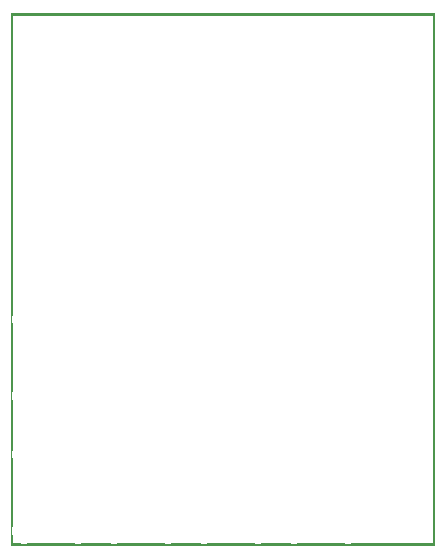
<source format=gbo>
G04 MADE WITH FRITZING*
G04 WWW.FRITZING.ORG*
G04 DOUBLE SIDED*
G04 HOLES PLATED*
G04 CONTOUR ON CENTER OF CONTOUR VECTOR*
%ASAXBY*%
%FSLAX23Y23*%
%MOIN*%
%OFA0B0*%
%SFA1.0B1.0*%
%ADD10R,0.001000X0.001000*%
%LNSILK0*%
G90*
G70*
G54D10*
X0Y1776D02*
X1414Y1776D01*
X0Y1775D02*
X1414Y1775D01*
X0Y1774D02*
X1414Y1774D01*
X0Y1773D02*
X1414Y1773D01*
X0Y1772D02*
X1414Y1772D01*
X0Y1771D02*
X1414Y1771D01*
X0Y1770D02*
X1414Y1770D01*
X0Y1769D02*
X1414Y1769D01*
X0Y1768D02*
X7Y1768D01*
X1407Y1768D02*
X1414Y1768D01*
X0Y1767D02*
X7Y1767D01*
X1407Y1767D02*
X1414Y1767D01*
X0Y1766D02*
X7Y1766D01*
X1407Y1766D02*
X1414Y1766D01*
X0Y1765D02*
X7Y1765D01*
X1407Y1765D02*
X1414Y1765D01*
X0Y1764D02*
X7Y1764D01*
X1407Y1764D02*
X1414Y1764D01*
X0Y1763D02*
X7Y1763D01*
X1407Y1763D02*
X1414Y1763D01*
X0Y1762D02*
X7Y1762D01*
X1407Y1762D02*
X1414Y1762D01*
X0Y1761D02*
X7Y1761D01*
X1407Y1761D02*
X1414Y1761D01*
X0Y1760D02*
X7Y1760D01*
X1407Y1760D02*
X1414Y1760D01*
X0Y1759D02*
X7Y1759D01*
X1407Y1759D02*
X1414Y1759D01*
X0Y1758D02*
X7Y1758D01*
X1407Y1758D02*
X1414Y1758D01*
X0Y1757D02*
X7Y1757D01*
X1407Y1757D02*
X1414Y1757D01*
X0Y1756D02*
X7Y1756D01*
X1407Y1756D02*
X1414Y1756D01*
X0Y1755D02*
X7Y1755D01*
X1407Y1755D02*
X1414Y1755D01*
X0Y1754D02*
X7Y1754D01*
X1407Y1754D02*
X1414Y1754D01*
X0Y1753D02*
X7Y1753D01*
X1407Y1753D02*
X1414Y1753D01*
X0Y1752D02*
X7Y1752D01*
X1407Y1752D02*
X1414Y1752D01*
X0Y1751D02*
X7Y1751D01*
X1407Y1751D02*
X1414Y1751D01*
X0Y1750D02*
X7Y1750D01*
X1407Y1750D02*
X1414Y1750D01*
X0Y1749D02*
X7Y1749D01*
X1407Y1749D02*
X1414Y1749D01*
X0Y1748D02*
X7Y1748D01*
X1407Y1748D02*
X1414Y1748D01*
X0Y1747D02*
X7Y1747D01*
X1407Y1747D02*
X1414Y1747D01*
X0Y1746D02*
X7Y1746D01*
X1407Y1746D02*
X1414Y1746D01*
X0Y1745D02*
X7Y1745D01*
X1407Y1745D02*
X1414Y1745D01*
X0Y1744D02*
X7Y1744D01*
X1407Y1744D02*
X1414Y1744D01*
X0Y1743D02*
X7Y1743D01*
X1407Y1743D02*
X1414Y1743D01*
X0Y1742D02*
X7Y1742D01*
X1407Y1742D02*
X1414Y1742D01*
X0Y1741D02*
X7Y1741D01*
X1407Y1741D02*
X1414Y1741D01*
X0Y1740D02*
X7Y1740D01*
X1407Y1740D02*
X1414Y1740D01*
X0Y1739D02*
X7Y1739D01*
X1407Y1739D02*
X1414Y1739D01*
X0Y1738D02*
X7Y1738D01*
X1407Y1738D02*
X1414Y1738D01*
X0Y1737D02*
X7Y1737D01*
X1407Y1737D02*
X1414Y1737D01*
X0Y1736D02*
X7Y1736D01*
X1407Y1736D02*
X1414Y1736D01*
X0Y1735D02*
X7Y1735D01*
X1407Y1735D02*
X1414Y1735D01*
X0Y1734D02*
X7Y1734D01*
X1407Y1734D02*
X1414Y1734D01*
X0Y1733D02*
X7Y1733D01*
X1407Y1733D02*
X1414Y1733D01*
X0Y1732D02*
X7Y1732D01*
X1407Y1732D02*
X1414Y1732D01*
X0Y1731D02*
X7Y1731D01*
X1407Y1731D02*
X1414Y1731D01*
X0Y1730D02*
X7Y1730D01*
X1407Y1730D02*
X1414Y1730D01*
X0Y1729D02*
X7Y1729D01*
X1407Y1729D02*
X1414Y1729D01*
X0Y1728D02*
X7Y1728D01*
X1407Y1728D02*
X1414Y1728D01*
X0Y1727D02*
X7Y1727D01*
X1407Y1727D02*
X1414Y1727D01*
X0Y1726D02*
X7Y1726D01*
X1407Y1726D02*
X1414Y1726D01*
X0Y1725D02*
X7Y1725D01*
X1407Y1725D02*
X1414Y1725D01*
X0Y1724D02*
X7Y1724D01*
X1407Y1724D02*
X1414Y1724D01*
X0Y1723D02*
X7Y1723D01*
X1407Y1723D02*
X1414Y1723D01*
X0Y1722D02*
X7Y1722D01*
X1407Y1722D02*
X1414Y1722D01*
X0Y1721D02*
X7Y1721D01*
X1407Y1721D02*
X1414Y1721D01*
X0Y1720D02*
X7Y1720D01*
X1407Y1720D02*
X1414Y1720D01*
X0Y1719D02*
X7Y1719D01*
X1407Y1719D02*
X1414Y1719D01*
X0Y1718D02*
X7Y1718D01*
X1407Y1718D02*
X1414Y1718D01*
X0Y1717D02*
X7Y1717D01*
X1407Y1717D02*
X1414Y1717D01*
X0Y1716D02*
X7Y1716D01*
X1407Y1716D02*
X1414Y1716D01*
X0Y1715D02*
X7Y1715D01*
X1407Y1715D02*
X1414Y1715D01*
X0Y1714D02*
X7Y1714D01*
X1407Y1714D02*
X1414Y1714D01*
X0Y1713D02*
X7Y1713D01*
X1407Y1713D02*
X1414Y1713D01*
X0Y1712D02*
X7Y1712D01*
X1407Y1712D02*
X1414Y1712D01*
X0Y1711D02*
X7Y1711D01*
X1407Y1711D02*
X1414Y1711D01*
X0Y1710D02*
X7Y1710D01*
X1407Y1710D02*
X1414Y1710D01*
X0Y1709D02*
X7Y1709D01*
X1407Y1709D02*
X1414Y1709D01*
X0Y1708D02*
X7Y1708D01*
X1407Y1708D02*
X1414Y1708D01*
X0Y1707D02*
X7Y1707D01*
X1407Y1707D02*
X1414Y1707D01*
X0Y1706D02*
X7Y1706D01*
X1407Y1706D02*
X1414Y1706D01*
X0Y1705D02*
X7Y1705D01*
X1407Y1705D02*
X1414Y1705D01*
X0Y1704D02*
X7Y1704D01*
X1407Y1704D02*
X1414Y1704D01*
X0Y1703D02*
X7Y1703D01*
X1407Y1703D02*
X1414Y1703D01*
X0Y1702D02*
X7Y1702D01*
X1407Y1702D02*
X1414Y1702D01*
X0Y1701D02*
X7Y1701D01*
X1407Y1701D02*
X1414Y1701D01*
X0Y1700D02*
X7Y1700D01*
X1407Y1700D02*
X1414Y1700D01*
X0Y1699D02*
X7Y1699D01*
X1407Y1699D02*
X1414Y1699D01*
X0Y1698D02*
X7Y1698D01*
X1407Y1698D02*
X1414Y1698D01*
X0Y1697D02*
X7Y1697D01*
X1407Y1697D02*
X1414Y1697D01*
X0Y1696D02*
X7Y1696D01*
X1407Y1696D02*
X1414Y1696D01*
X0Y1695D02*
X7Y1695D01*
X1407Y1695D02*
X1414Y1695D01*
X0Y1694D02*
X7Y1694D01*
X1407Y1694D02*
X1414Y1694D01*
X0Y1693D02*
X7Y1693D01*
X1407Y1693D02*
X1414Y1693D01*
X0Y1692D02*
X7Y1692D01*
X1407Y1692D02*
X1414Y1692D01*
X0Y1691D02*
X7Y1691D01*
X1407Y1691D02*
X1414Y1691D01*
X0Y1690D02*
X7Y1690D01*
X1407Y1690D02*
X1414Y1690D01*
X0Y1689D02*
X7Y1689D01*
X1407Y1689D02*
X1414Y1689D01*
X0Y1688D02*
X7Y1688D01*
X1407Y1688D02*
X1414Y1688D01*
X0Y1687D02*
X7Y1687D01*
X1407Y1687D02*
X1414Y1687D01*
X0Y1686D02*
X7Y1686D01*
X1407Y1686D02*
X1414Y1686D01*
X0Y1685D02*
X7Y1685D01*
X1407Y1685D02*
X1414Y1685D01*
X0Y1684D02*
X7Y1684D01*
X1407Y1684D02*
X1414Y1684D01*
X0Y1683D02*
X7Y1683D01*
X1407Y1683D02*
X1414Y1683D01*
X0Y1682D02*
X7Y1682D01*
X1407Y1682D02*
X1414Y1682D01*
X0Y1681D02*
X7Y1681D01*
X1407Y1681D02*
X1414Y1681D01*
X0Y1680D02*
X7Y1680D01*
X1407Y1680D02*
X1414Y1680D01*
X0Y1679D02*
X7Y1679D01*
X1407Y1679D02*
X1414Y1679D01*
X0Y1678D02*
X7Y1678D01*
X1407Y1678D02*
X1414Y1678D01*
X0Y1677D02*
X7Y1677D01*
X1407Y1677D02*
X1414Y1677D01*
X0Y1676D02*
X7Y1676D01*
X1407Y1676D02*
X1414Y1676D01*
X0Y1675D02*
X7Y1675D01*
X1407Y1675D02*
X1414Y1675D01*
X0Y1674D02*
X7Y1674D01*
X1407Y1674D02*
X1414Y1674D01*
X0Y1673D02*
X7Y1673D01*
X1407Y1673D02*
X1414Y1673D01*
X0Y1672D02*
X7Y1672D01*
X1407Y1672D02*
X1414Y1672D01*
X0Y1671D02*
X7Y1671D01*
X1407Y1671D02*
X1414Y1671D01*
X0Y1670D02*
X7Y1670D01*
X1407Y1670D02*
X1414Y1670D01*
X0Y1669D02*
X7Y1669D01*
X1407Y1669D02*
X1414Y1669D01*
X0Y1668D02*
X7Y1668D01*
X1407Y1668D02*
X1414Y1668D01*
X0Y1667D02*
X7Y1667D01*
X1407Y1667D02*
X1414Y1667D01*
X0Y1666D02*
X7Y1666D01*
X1407Y1666D02*
X1414Y1666D01*
X0Y1665D02*
X7Y1665D01*
X1407Y1665D02*
X1414Y1665D01*
X0Y1664D02*
X7Y1664D01*
X1407Y1664D02*
X1414Y1664D01*
X0Y1663D02*
X7Y1663D01*
X1407Y1663D02*
X1414Y1663D01*
X0Y1662D02*
X7Y1662D01*
X1407Y1662D02*
X1414Y1662D01*
X0Y1661D02*
X7Y1661D01*
X1407Y1661D02*
X1414Y1661D01*
X0Y1660D02*
X7Y1660D01*
X1407Y1660D02*
X1414Y1660D01*
X0Y1659D02*
X7Y1659D01*
X1407Y1659D02*
X1414Y1659D01*
X0Y1658D02*
X7Y1658D01*
X1407Y1658D02*
X1414Y1658D01*
X0Y1657D02*
X7Y1657D01*
X1407Y1657D02*
X1414Y1657D01*
X0Y1656D02*
X7Y1656D01*
X1407Y1656D02*
X1414Y1656D01*
X0Y1655D02*
X7Y1655D01*
X1407Y1655D02*
X1414Y1655D01*
X0Y1654D02*
X7Y1654D01*
X1407Y1654D02*
X1414Y1654D01*
X0Y1653D02*
X7Y1653D01*
X1407Y1653D02*
X1414Y1653D01*
X0Y1652D02*
X7Y1652D01*
X1407Y1652D02*
X1414Y1652D01*
X0Y1651D02*
X7Y1651D01*
X1407Y1651D02*
X1414Y1651D01*
X0Y1650D02*
X7Y1650D01*
X1407Y1650D02*
X1414Y1650D01*
X0Y1649D02*
X7Y1649D01*
X1407Y1649D02*
X1414Y1649D01*
X0Y1648D02*
X7Y1648D01*
X1407Y1648D02*
X1414Y1648D01*
X0Y1647D02*
X7Y1647D01*
X1407Y1647D02*
X1414Y1647D01*
X0Y1646D02*
X7Y1646D01*
X1407Y1646D02*
X1414Y1646D01*
X0Y1645D02*
X7Y1645D01*
X1407Y1645D02*
X1414Y1645D01*
X0Y1644D02*
X7Y1644D01*
X1407Y1644D02*
X1414Y1644D01*
X0Y1643D02*
X7Y1643D01*
X1407Y1643D02*
X1414Y1643D01*
X0Y1642D02*
X7Y1642D01*
X1407Y1642D02*
X1414Y1642D01*
X0Y1641D02*
X7Y1641D01*
X1407Y1641D02*
X1414Y1641D01*
X0Y1640D02*
X7Y1640D01*
X1407Y1640D02*
X1414Y1640D01*
X0Y1639D02*
X7Y1639D01*
X1407Y1639D02*
X1414Y1639D01*
X0Y1638D02*
X7Y1638D01*
X1407Y1638D02*
X1414Y1638D01*
X0Y1637D02*
X7Y1637D01*
X1407Y1637D02*
X1414Y1637D01*
X0Y1636D02*
X7Y1636D01*
X1407Y1636D02*
X1414Y1636D01*
X0Y1635D02*
X7Y1635D01*
X1407Y1635D02*
X1414Y1635D01*
X0Y1634D02*
X7Y1634D01*
X1407Y1634D02*
X1414Y1634D01*
X0Y1633D02*
X7Y1633D01*
X1407Y1633D02*
X1414Y1633D01*
X0Y1632D02*
X7Y1632D01*
X1407Y1632D02*
X1414Y1632D01*
X0Y1631D02*
X7Y1631D01*
X1407Y1631D02*
X1414Y1631D01*
X0Y1630D02*
X7Y1630D01*
X1407Y1630D02*
X1414Y1630D01*
X0Y1629D02*
X7Y1629D01*
X1407Y1629D02*
X1414Y1629D01*
X0Y1628D02*
X7Y1628D01*
X1407Y1628D02*
X1414Y1628D01*
X0Y1627D02*
X7Y1627D01*
X1407Y1627D02*
X1414Y1627D01*
X0Y1626D02*
X7Y1626D01*
X1407Y1626D02*
X1414Y1626D01*
X0Y1625D02*
X7Y1625D01*
X1407Y1625D02*
X1414Y1625D01*
X0Y1624D02*
X7Y1624D01*
X1407Y1624D02*
X1414Y1624D01*
X0Y1623D02*
X7Y1623D01*
X1407Y1623D02*
X1414Y1623D01*
X0Y1622D02*
X7Y1622D01*
X1407Y1622D02*
X1414Y1622D01*
X0Y1621D02*
X7Y1621D01*
X1407Y1621D02*
X1414Y1621D01*
X0Y1620D02*
X7Y1620D01*
X1407Y1620D02*
X1414Y1620D01*
X0Y1619D02*
X7Y1619D01*
X1407Y1619D02*
X1414Y1619D01*
X0Y1618D02*
X7Y1618D01*
X1407Y1618D02*
X1414Y1618D01*
X0Y1617D02*
X7Y1617D01*
X1407Y1617D02*
X1414Y1617D01*
X0Y1616D02*
X7Y1616D01*
X1407Y1616D02*
X1414Y1616D01*
X0Y1615D02*
X7Y1615D01*
X1407Y1615D02*
X1414Y1615D01*
X0Y1614D02*
X7Y1614D01*
X1407Y1614D02*
X1414Y1614D01*
X0Y1613D02*
X7Y1613D01*
X1407Y1613D02*
X1414Y1613D01*
X0Y1612D02*
X7Y1612D01*
X1407Y1612D02*
X1414Y1612D01*
X0Y1611D02*
X7Y1611D01*
X1407Y1611D02*
X1414Y1611D01*
X0Y1610D02*
X7Y1610D01*
X1407Y1610D02*
X1414Y1610D01*
X0Y1609D02*
X7Y1609D01*
X1407Y1609D02*
X1414Y1609D01*
X0Y1608D02*
X7Y1608D01*
X1407Y1608D02*
X1414Y1608D01*
X0Y1607D02*
X7Y1607D01*
X1407Y1607D02*
X1414Y1607D01*
X0Y1606D02*
X7Y1606D01*
X1407Y1606D02*
X1414Y1606D01*
X0Y1605D02*
X7Y1605D01*
X1407Y1605D02*
X1414Y1605D01*
X0Y1604D02*
X7Y1604D01*
X1407Y1604D02*
X1414Y1604D01*
X0Y1603D02*
X7Y1603D01*
X1407Y1603D02*
X1414Y1603D01*
X0Y1602D02*
X7Y1602D01*
X1407Y1602D02*
X1414Y1602D01*
X0Y1601D02*
X7Y1601D01*
X1407Y1601D02*
X1414Y1601D01*
X0Y1600D02*
X7Y1600D01*
X1407Y1600D02*
X1414Y1600D01*
X0Y1599D02*
X7Y1599D01*
X1407Y1599D02*
X1414Y1599D01*
X0Y1598D02*
X7Y1598D01*
X1407Y1598D02*
X1414Y1598D01*
X0Y1597D02*
X7Y1597D01*
X1407Y1597D02*
X1414Y1597D01*
X0Y1596D02*
X7Y1596D01*
X1407Y1596D02*
X1414Y1596D01*
X0Y1595D02*
X7Y1595D01*
X1407Y1595D02*
X1414Y1595D01*
X0Y1594D02*
X7Y1594D01*
X1407Y1594D02*
X1414Y1594D01*
X0Y1593D02*
X7Y1593D01*
X1407Y1593D02*
X1414Y1593D01*
X0Y1592D02*
X7Y1592D01*
X1407Y1592D02*
X1414Y1592D01*
X0Y1591D02*
X7Y1591D01*
X1407Y1591D02*
X1414Y1591D01*
X0Y1590D02*
X7Y1590D01*
X1407Y1590D02*
X1414Y1590D01*
X0Y1589D02*
X7Y1589D01*
X1407Y1589D02*
X1414Y1589D01*
X0Y1588D02*
X7Y1588D01*
X1407Y1588D02*
X1414Y1588D01*
X0Y1587D02*
X7Y1587D01*
X1407Y1587D02*
X1414Y1587D01*
X0Y1586D02*
X7Y1586D01*
X1407Y1586D02*
X1414Y1586D01*
X0Y1585D02*
X7Y1585D01*
X1407Y1585D02*
X1414Y1585D01*
X0Y1584D02*
X7Y1584D01*
X1407Y1584D02*
X1414Y1584D01*
X0Y1583D02*
X7Y1583D01*
X1407Y1583D02*
X1414Y1583D01*
X0Y1582D02*
X7Y1582D01*
X1407Y1582D02*
X1414Y1582D01*
X0Y1581D02*
X7Y1581D01*
X1407Y1581D02*
X1414Y1581D01*
X0Y1580D02*
X7Y1580D01*
X1407Y1580D02*
X1414Y1580D01*
X0Y1579D02*
X7Y1579D01*
X1407Y1579D02*
X1414Y1579D01*
X0Y1578D02*
X7Y1578D01*
X1407Y1578D02*
X1414Y1578D01*
X0Y1577D02*
X7Y1577D01*
X1407Y1577D02*
X1414Y1577D01*
X0Y1576D02*
X7Y1576D01*
X1407Y1576D02*
X1414Y1576D01*
X0Y1575D02*
X7Y1575D01*
X1407Y1575D02*
X1414Y1575D01*
X0Y1574D02*
X7Y1574D01*
X1407Y1574D02*
X1414Y1574D01*
X0Y1573D02*
X7Y1573D01*
X1407Y1573D02*
X1414Y1573D01*
X0Y1572D02*
X7Y1572D01*
X1407Y1572D02*
X1414Y1572D01*
X0Y1571D02*
X7Y1571D01*
X1407Y1571D02*
X1414Y1571D01*
X0Y1570D02*
X7Y1570D01*
X1407Y1570D02*
X1414Y1570D01*
X0Y1569D02*
X7Y1569D01*
X1407Y1569D02*
X1414Y1569D01*
X0Y1568D02*
X7Y1568D01*
X1407Y1568D02*
X1414Y1568D01*
X0Y1567D02*
X7Y1567D01*
X1407Y1567D02*
X1414Y1567D01*
X0Y1566D02*
X7Y1566D01*
X1407Y1566D02*
X1414Y1566D01*
X0Y1565D02*
X7Y1565D01*
X1407Y1565D02*
X1414Y1565D01*
X0Y1564D02*
X7Y1564D01*
X1407Y1564D02*
X1414Y1564D01*
X0Y1563D02*
X7Y1563D01*
X1407Y1563D02*
X1414Y1563D01*
X0Y1562D02*
X7Y1562D01*
X1407Y1562D02*
X1414Y1562D01*
X0Y1561D02*
X7Y1561D01*
X1407Y1561D02*
X1414Y1561D01*
X0Y1560D02*
X7Y1560D01*
X1407Y1560D02*
X1414Y1560D01*
X0Y1559D02*
X7Y1559D01*
X1407Y1559D02*
X1414Y1559D01*
X0Y1558D02*
X7Y1558D01*
X1407Y1558D02*
X1414Y1558D01*
X0Y1557D02*
X7Y1557D01*
X1407Y1557D02*
X1414Y1557D01*
X0Y1556D02*
X7Y1556D01*
X1407Y1556D02*
X1414Y1556D01*
X0Y1555D02*
X7Y1555D01*
X1407Y1555D02*
X1414Y1555D01*
X0Y1554D02*
X7Y1554D01*
X1407Y1554D02*
X1414Y1554D01*
X0Y1553D02*
X7Y1553D01*
X1407Y1553D02*
X1414Y1553D01*
X0Y1552D02*
X7Y1552D01*
X1407Y1552D02*
X1414Y1552D01*
X0Y1551D02*
X7Y1551D01*
X1407Y1551D02*
X1414Y1551D01*
X0Y1550D02*
X7Y1550D01*
X1407Y1550D02*
X1414Y1550D01*
X0Y1549D02*
X7Y1549D01*
X1407Y1549D02*
X1414Y1549D01*
X0Y1548D02*
X7Y1548D01*
X1407Y1548D02*
X1414Y1548D01*
X0Y1547D02*
X7Y1547D01*
X1407Y1547D02*
X1414Y1547D01*
X0Y1546D02*
X7Y1546D01*
X1407Y1546D02*
X1414Y1546D01*
X0Y1545D02*
X7Y1545D01*
X1407Y1545D02*
X1414Y1545D01*
X0Y1544D02*
X7Y1544D01*
X1407Y1544D02*
X1414Y1544D01*
X0Y1543D02*
X7Y1543D01*
X1407Y1543D02*
X1414Y1543D01*
X0Y1542D02*
X7Y1542D01*
X1407Y1542D02*
X1414Y1542D01*
X0Y1541D02*
X7Y1541D01*
X1407Y1541D02*
X1414Y1541D01*
X0Y1540D02*
X7Y1540D01*
X1407Y1540D02*
X1414Y1540D01*
X0Y1539D02*
X7Y1539D01*
X1407Y1539D02*
X1414Y1539D01*
X0Y1538D02*
X7Y1538D01*
X1407Y1538D02*
X1414Y1538D01*
X0Y1537D02*
X7Y1537D01*
X1407Y1537D02*
X1414Y1537D01*
X0Y1536D02*
X7Y1536D01*
X1407Y1536D02*
X1414Y1536D01*
X0Y1535D02*
X7Y1535D01*
X1407Y1535D02*
X1414Y1535D01*
X0Y1534D02*
X7Y1534D01*
X1407Y1534D02*
X1414Y1534D01*
X0Y1533D02*
X7Y1533D01*
X1407Y1533D02*
X1414Y1533D01*
X0Y1532D02*
X7Y1532D01*
X1407Y1532D02*
X1414Y1532D01*
X0Y1531D02*
X7Y1531D01*
X1407Y1531D02*
X1414Y1531D01*
X0Y1530D02*
X7Y1530D01*
X1407Y1530D02*
X1414Y1530D01*
X0Y1529D02*
X7Y1529D01*
X1407Y1529D02*
X1414Y1529D01*
X0Y1528D02*
X7Y1528D01*
X1407Y1528D02*
X1414Y1528D01*
X0Y1527D02*
X7Y1527D01*
X1407Y1527D02*
X1414Y1527D01*
X0Y1526D02*
X7Y1526D01*
X1407Y1526D02*
X1414Y1526D01*
X0Y1525D02*
X7Y1525D01*
X1407Y1525D02*
X1414Y1525D01*
X0Y1524D02*
X7Y1524D01*
X1407Y1524D02*
X1414Y1524D01*
X0Y1523D02*
X7Y1523D01*
X1407Y1523D02*
X1414Y1523D01*
X0Y1522D02*
X7Y1522D01*
X1407Y1522D02*
X1414Y1522D01*
X0Y1521D02*
X7Y1521D01*
X1407Y1521D02*
X1414Y1521D01*
X0Y1520D02*
X7Y1520D01*
X1407Y1520D02*
X1414Y1520D01*
X0Y1519D02*
X7Y1519D01*
X1407Y1519D02*
X1414Y1519D01*
X0Y1518D02*
X7Y1518D01*
X1407Y1518D02*
X1414Y1518D01*
X0Y1517D02*
X7Y1517D01*
X1407Y1517D02*
X1414Y1517D01*
X0Y1516D02*
X7Y1516D01*
X1407Y1516D02*
X1414Y1516D01*
X0Y1515D02*
X7Y1515D01*
X1407Y1515D02*
X1414Y1515D01*
X0Y1514D02*
X7Y1514D01*
X1407Y1514D02*
X1414Y1514D01*
X0Y1513D02*
X7Y1513D01*
X1407Y1513D02*
X1414Y1513D01*
X0Y1512D02*
X7Y1512D01*
X1407Y1512D02*
X1414Y1512D01*
X0Y1511D02*
X7Y1511D01*
X1407Y1511D02*
X1414Y1511D01*
X0Y1510D02*
X7Y1510D01*
X1407Y1510D02*
X1414Y1510D01*
X0Y1509D02*
X7Y1509D01*
X1407Y1509D02*
X1414Y1509D01*
X0Y1508D02*
X7Y1508D01*
X1407Y1508D02*
X1414Y1508D01*
X0Y1507D02*
X7Y1507D01*
X1407Y1507D02*
X1414Y1507D01*
X0Y1506D02*
X7Y1506D01*
X1407Y1506D02*
X1414Y1506D01*
X0Y1505D02*
X7Y1505D01*
X1407Y1505D02*
X1414Y1505D01*
X0Y1504D02*
X7Y1504D01*
X1407Y1504D02*
X1414Y1504D01*
X0Y1503D02*
X7Y1503D01*
X1407Y1503D02*
X1414Y1503D01*
X0Y1502D02*
X7Y1502D01*
X1407Y1502D02*
X1414Y1502D01*
X0Y1501D02*
X7Y1501D01*
X1407Y1501D02*
X1414Y1501D01*
X0Y1500D02*
X7Y1500D01*
X1407Y1500D02*
X1414Y1500D01*
X0Y1499D02*
X7Y1499D01*
X1407Y1499D02*
X1414Y1499D01*
X0Y1498D02*
X7Y1498D01*
X1407Y1498D02*
X1414Y1498D01*
X0Y1497D02*
X7Y1497D01*
X1407Y1497D02*
X1414Y1497D01*
X0Y1496D02*
X7Y1496D01*
X1407Y1496D02*
X1414Y1496D01*
X0Y1495D02*
X7Y1495D01*
X1407Y1495D02*
X1414Y1495D01*
X0Y1494D02*
X7Y1494D01*
X1407Y1494D02*
X1414Y1494D01*
X0Y1493D02*
X7Y1493D01*
X1407Y1493D02*
X1414Y1493D01*
X0Y1492D02*
X7Y1492D01*
X1407Y1492D02*
X1414Y1492D01*
X0Y1491D02*
X7Y1491D01*
X1407Y1491D02*
X1414Y1491D01*
X0Y1490D02*
X7Y1490D01*
X1407Y1490D02*
X1414Y1490D01*
X0Y1489D02*
X7Y1489D01*
X1407Y1489D02*
X1414Y1489D01*
X0Y1488D02*
X7Y1488D01*
X1407Y1488D02*
X1414Y1488D01*
X0Y1487D02*
X7Y1487D01*
X1407Y1487D02*
X1414Y1487D01*
X0Y1486D02*
X7Y1486D01*
X1407Y1486D02*
X1414Y1486D01*
X0Y1485D02*
X7Y1485D01*
X1407Y1485D02*
X1414Y1485D01*
X0Y1484D02*
X7Y1484D01*
X1407Y1484D02*
X1414Y1484D01*
X0Y1483D02*
X7Y1483D01*
X1407Y1483D02*
X1414Y1483D01*
X0Y1482D02*
X7Y1482D01*
X1407Y1482D02*
X1414Y1482D01*
X0Y1481D02*
X7Y1481D01*
X1407Y1481D02*
X1414Y1481D01*
X0Y1480D02*
X7Y1480D01*
X1407Y1480D02*
X1414Y1480D01*
X0Y1479D02*
X7Y1479D01*
X1407Y1479D02*
X1414Y1479D01*
X0Y1478D02*
X7Y1478D01*
X1407Y1478D02*
X1414Y1478D01*
X0Y1477D02*
X7Y1477D01*
X1407Y1477D02*
X1414Y1477D01*
X0Y1476D02*
X7Y1476D01*
X1407Y1476D02*
X1414Y1476D01*
X0Y1475D02*
X7Y1475D01*
X1407Y1475D02*
X1414Y1475D01*
X0Y1474D02*
X7Y1474D01*
X1407Y1474D02*
X1414Y1474D01*
X0Y1473D02*
X7Y1473D01*
X1407Y1473D02*
X1414Y1473D01*
X0Y1472D02*
X7Y1472D01*
X1407Y1472D02*
X1414Y1472D01*
X0Y1471D02*
X7Y1471D01*
X1407Y1471D02*
X1414Y1471D01*
X0Y1470D02*
X7Y1470D01*
X1407Y1470D02*
X1414Y1470D01*
X0Y1469D02*
X7Y1469D01*
X1407Y1469D02*
X1414Y1469D01*
X0Y1468D02*
X7Y1468D01*
X1407Y1468D02*
X1414Y1468D01*
X0Y1467D02*
X7Y1467D01*
X1407Y1467D02*
X1414Y1467D01*
X0Y1466D02*
X7Y1466D01*
X1407Y1466D02*
X1414Y1466D01*
X0Y1465D02*
X7Y1465D01*
X1407Y1465D02*
X1414Y1465D01*
X0Y1464D02*
X7Y1464D01*
X1407Y1464D02*
X1414Y1464D01*
X0Y1463D02*
X7Y1463D01*
X1407Y1463D02*
X1414Y1463D01*
X0Y1462D02*
X7Y1462D01*
X1407Y1462D02*
X1414Y1462D01*
X0Y1461D02*
X7Y1461D01*
X1407Y1461D02*
X1414Y1461D01*
X0Y1460D02*
X7Y1460D01*
X1407Y1460D02*
X1414Y1460D01*
X0Y1459D02*
X7Y1459D01*
X1407Y1459D02*
X1414Y1459D01*
X0Y1458D02*
X7Y1458D01*
X1407Y1458D02*
X1414Y1458D01*
X0Y1457D02*
X7Y1457D01*
X1407Y1457D02*
X1414Y1457D01*
X0Y1456D02*
X7Y1456D01*
X1407Y1456D02*
X1414Y1456D01*
X0Y1455D02*
X7Y1455D01*
X1407Y1455D02*
X1414Y1455D01*
X0Y1454D02*
X7Y1454D01*
X1407Y1454D02*
X1414Y1454D01*
X0Y1453D02*
X7Y1453D01*
X1407Y1453D02*
X1414Y1453D01*
X0Y1452D02*
X7Y1452D01*
X1407Y1452D02*
X1414Y1452D01*
X0Y1451D02*
X7Y1451D01*
X1407Y1451D02*
X1414Y1451D01*
X0Y1450D02*
X7Y1450D01*
X1407Y1450D02*
X1414Y1450D01*
X0Y1449D02*
X7Y1449D01*
X1407Y1449D02*
X1414Y1449D01*
X0Y1448D02*
X7Y1448D01*
X1407Y1448D02*
X1414Y1448D01*
X0Y1447D02*
X7Y1447D01*
X1407Y1447D02*
X1414Y1447D01*
X0Y1446D02*
X7Y1446D01*
X1407Y1446D02*
X1414Y1446D01*
X0Y1445D02*
X7Y1445D01*
X1407Y1445D02*
X1414Y1445D01*
X0Y1444D02*
X7Y1444D01*
X1407Y1444D02*
X1414Y1444D01*
X0Y1443D02*
X7Y1443D01*
X1407Y1443D02*
X1414Y1443D01*
X0Y1442D02*
X7Y1442D01*
X1407Y1442D02*
X1414Y1442D01*
X0Y1441D02*
X7Y1441D01*
X1407Y1441D02*
X1414Y1441D01*
X0Y1440D02*
X7Y1440D01*
X1407Y1440D02*
X1414Y1440D01*
X0Y1439D02*
X7Y1439D01*
X1407Y1439D02*
X1414Y1439D01*
X0Y1438D02*
X7Y1438D01*
X1407Y1438D02*
X1414Y1438D01*
X0Y1437D02*
X7Y1437D01*
X1407Y1437D02*
X1414Y1437D01*
X0Y1436D02*
X7Y1436D01*
X1407Y1436D02*
X1414Y1436D01*
X0Y1435D02*
X7Y1435D01*
X1407Y1435D02*
X1414Y1435D01*
X0Y1434D02*
X7Y1434D01*
X1407Y1434D02*
X1414Y1434D01*
X0Y1433D02*
X7Y1433D01*
X1407Y1433D02*
X1414Y1433D01*
X0Y1432D02*
X7Y1432D01*
X1407Y1432D02*
X1414Y1432D01*
X0Y1431D02*
X7Y1431D01*
X1407Y1431D02*
X1414Y1431D01*
X0Y1430D02*
X7Y1430D01*
X1407Y1430D02*
X1414Y1430D01*
X0Y1429D02*
X7Y1429D01*
X1407Y1429D02*
X1414Y1429D01*
X0Y1428D02*
X7Y1428D01*
X1407Y1428D02*
X1414Y1428D01*
X0Y1427D02*
X7Y1427D01*
X1407Y1427D02*
X1414Y1427D01*
X0Y1426D02*
X7Y1426D01*
X1407Y1426D02*
X1414Y1426D01*
X0Y1425D02*
X7Y1425D01*
X1407Y1425D02*
X1414Y1425D01*
X0Y1424D02*
X7Y1424D01*
X1407Y1424D02*
X1414Y1424D01*
X0Y1423D02*
X7Y1423D01*
X1407Y1423D02*
X1414Y1423D01*
X0Y1422D02*
X7Y1422D01*
X1407Y1422D02*
X1414Y1422D01*
X0Y1421D02*
X7Y1421D01*
X1407Y1421D02*
X1414Y1421D01*
X0Y1420D02*
X7Y1420D01*
X1407Y1420D02*
X1414Y1420D01*
X0Y1419D02*
X7Y1419D01*
X1407Y1419D02*
X1414Y1419D01*
X0Y1418D02*
X7Y1418D01*
X1407Y1418D02*
X1414Y1418D01*
X0Y1417D02*
X7Y1417D01*
X1407Y1417D02*
X1414Y1417D01*
X0Y1416D02*
X7Y1416D01*
X1407Y1416D02*
X1414Y1416D01*
X0Y1415D02*
X7Y1415D01*
X1407Y1415D02*
X1414Y1415D01*
X0Y1414D02*
X7Y1414D01*
X1407Y1414D02*
X1414Y1414D01*
X0Y1413D02*
X7Y1413D01*
X1407Y1413D02*
X1414Y1413D01*
X0Y1412D02*
X7Y1412D01*
X1407Y1412D02*
X1414Y1412D01*
X0Y1411D02*
X7Y1411D01*
X1407Y1411D02*
X1414Y1411D01*
X0Y1410D02*
X7Y1410D01*
X1407Y1410D02*
X1414Y1410D01*
X0Y1409D02*
X7Y1409D01*
X1407Y1409D02*
X1414Y1409D01*
X0Y1408D02*
X7Y1408D01*
X1407Y1408D02*
X1414Y1408D01*
X0Y1407D02*
X7Y1407D01*
X1407Y1407D02*
X1414Y1407D01*
X0Y1406D02*
X7Y1406D01*
X1407Y1406D02*
X1414Y1406D01*
X0Y1405D02*
X7Y1405D01*
X1407Y1405D02*
X1414Y1405D01*
X0Y1404D02*
X7Y1404D01*
X1407Y1404D02*
X1414Y1404D01*
X0Y1403D02*
X7Y1403D01*
X1407Y1403D02*
X1414Y1403D01*
X0Y1402D02*
X7Y1402D01*
X1407Y1402D02*
X1414Y1402D01*
X0Y1401D02*
X7Y1401D01*
X1407Y1401D02*
X1414Y1401D01*
X0Y1400D02*
X7Y1400D01*
X1407Y1400D02*
X1414Y1400D01*
X0Y1399D02*
X7Y1399D01*
X1407Y1399D02*
X1414Y1399D01*
X0Y1398D02*
X7Y1398D01*
X1407Y1398D02*
X1414Y1398D01*
X0Y1397D02*
X7Y1397D01*
X1407Y1397D02*
X1414Y1397D01*
X0Y1396D02*
X7Y1396D01*
X1407Y1396D02*
X1414Y1396D01*
X0Y1395D02*
X7Y1395D01*
X1407Y1395D02*
X1414Y1395D01*
X0Y1394D02*
X7Y1394D01*
X1407Y1394D02*
X1414Y1394D01*
X0Y1393D02*
X7Y1393D01*
X1407Y1393D02*
X1414Y1393D01*
X0Y1392D02*
X7Y1392D01*
X1407Y1392D02*
X1414Y1392D01*
X0Y1391D02*
X7Y1391D01*
X1407Y1391D02*
X1414Y1391D01*
X0Y1390D02*
X7Y1390D01*
X1407Y1390D02*
X1414Y1390D01*
X0Y1389D02*
X7Y1389D01*
X1407Y1389D02*
X1414Y1389D01*
X0Y1388D02*
X7Y1388D01*
X1407Y1388D02*
X1414Y1388D01*
X0Y1387D02*
X7Y1387D01*
X1407Y1387D02*
X1414Y1387D01*
X0Y1386D02*
X7Y1386D01*
X1407Y1386D02*
X1414Y1386D01*
X0Y1385D02*
X7Y1385D01*
X1407Y1385D02*
X1414Y1385D01*
X0Y1384D02*
X7Y1384D01*
X1407Y1384D02*
X1414Y1384D01*
X0Y1383D02*
X7Y1383D01*
X1407Y1383D02*
X1414Y1383D01*
X0Y1382D02*
X7Y1382D01*
X1407Y1382D02*
X1414Y1382D01*
X0Y1381D02*
X7Y1381D01*
X1407Y1381D02*
X1414Y1381D01*
X0Y1380D02*
X7Y1380D01*
X1407Y1380D02*
X1414Y1380D01*
X0Y1379D02*
X7Y1379D01*
X1407Y1379D02*
X1414Y1379D01*
X0Y1378D02*
X7Y1378D01*
X1407Y1378D02*
X1414Y1378D01*
X0Y1377D02*
X7Y1377D01*
X1407Y1377D02*
X1414Y1377D01*
X0Y1376D02*
X7Y1376D01*
X1407Y1376D02*
X1414Y1376D01*
X0Y1375D02*
X7Y1375D01*
X1407Y1375D02*
X1414Y1375D01*
X0Y1374D02*
X7Y1374D01*
X1407Y1374D02*
X1414Y1374D01*
X0Y1373D02*
X7Y1373D01*
X1407Y1373D02*
X1414Y1373D01*
X0Y1372D02*
X7Y1372D01*
X1407Y1372D02*
X1414Y1372D01*
X0Y1371D02*
X7Y1371D01*
X1407Y1371D02*
X1414Y1371D01*
X0Y1370D02*
X7Y1370D01*
X1407Y1370D02*
X1414Y1370D01*
X0Y1369D02*
X7Y1369D01*
X1407Y1369D02*
X1414Y1369D01*
X0Y1368D02*
X7Y1368D01*
X1407Y1368D02*
X1414Y1368D01*
X0Y1367D02*
X7Y1367D01*
X1407Y1367D02*
X1414Y1367D01*
X0Y1366D02*
X7Y1366D01*
X1407Y1366D02*
X1414Y1366D01*
X0Y1365D02*
X7Y1365D01*
X1407Y1365D02*
X1414Y1365D01*
X0Y1364D02*
X7Y1364D01*
X1407Y1364D02*
X1414Y1364D01*
X0Y1363D02*
X7Y1363D01*
X1407Y1363D02*
X1414Y1363D01*
X0Y1362D02*
X7Y1362D01*
X1407Y1362D02*
X1414Y1362D01*
X0Y1361D02*
X7Y1361D01*
X1407Y1361D02*
X1414Y1361D01*
X0Y1360D02*
X7Y1360D01*
X1407Y1360D02*
X1414Y1360D01*
X0Y1359D02*
X7Y1359D01*
X1407Y1359D02*
X1414Y1359D01*
X0Y1358D02*
X7Y1358D01*
X1407Y1358D02*
X1414Y1358D01*
X0Y1357D02*
X7Y1357D01*
X1407Y1357D02*
X1414Y1357D01*
X0Y1356D02*
X7Y1356D01*
X1407Y1356D02*
X1414Y1356D01*
X0Y1355D02*
X7Y1355D01*
X1407Y1355D02*
X1414Y1355D01*
X0Y1354D02*
X7Y1354D01*
X1407Y1354D02*
X1414Y1354D01*
X0Y1353D02*
X7Y1353D01*
X1407Y1353D02*
X1414Y1353D01*
X0Y1352D02*
X7Y1352D01*
X1407Y1352D02*
X1414Y1352D01*
X0Y1351D02*
X7Y1351D01*
X1407Y1351D02*
X1414Y1351D01*
X0Y1350D02*
X7Y1350D01*
X1407Y1350D02*
X1414Y1350D01*
X0Y1349D02*
X7Y1349D01*
X1407Y1349D02*
X1414Y1349D01*
X0Y1348D02*
X7Y1348D01*
X1407Y1348D02*
X1414Y1348D01*
X0Y1347D02*
X7Y1347D01*
X1407Y1347D02*
X1414Y1347D01*
X0Y1346D02*
X7Y1346D01*
X1407Y1346D02*
X1414Y1346D01*
X0Y1345D02*
X7Y1345D01*
X1407Y1345D02*
X1414Y1345D01*
X0Y1344D02*
X7Y1344D01*
X1407Y1344D02*
X1414Y1344D01*
X0Y1343D02*
X7Y1343D01*
X1407Y1343D02*
X1414Y1343D01*
X0Y1342D02*
X7Y1342D01*
X1407Y1342D02*
X1414Y1342D01*
X0Y1341D02*
X7Y1341D01*
X1407Y1341D02*
X1414Y1341D01*
X0Y1340D02*
X7Y1340D01*
X1407Y1340D02*
X1414Y1340D01*
X0Y1339D02*
X7Y1339D01*
X1407Y1339D02*
X1414Y1339D01*
X0Y1338D02*
X7Y1338D01*
X1407Y1338D02*
X1414Y1338D01*
X0Y1337D02*
X7Y1337D01*
X1407Y1337D02*
X1414Y1337D01*
X0Y1336D02*
X7Y1336D01*
X1407Y1336D02*
X1414Y1336D01*
X0Y1335D02*
X7Y1335D01*
X1407Y1335D02*
X1414Y1335D01*
X0Y1334D02*
X7Y1334D01*
X1407Y1334D02*
X1414Y1334D01*
X0Y1333D02*
X7Y1333D01*
X1407Y1333D02*
X1414Y1333D01*
X0Y1332D02*
X7Y1332D01*
X1407Y1332D02*
X1414Y1332D01*
X0Y1331D02*
X7Y1331D01*
X1407Y1331D02*
X1414Y1331D01*
X0Y1330D02*
X7Y1330D01*
X1407Y1330D02*
X1414Y1330D01*
X0Y1329D02*
X7Y1329D01*
X1407Y1329D02*
X1414Y1329D01*
X0Y1328D02*
X7Y1328D01*
X1407Y1328D02*
X1414Y1328D01*
X0Y1327D02*
X7Y1327D01*
X1407Y1327D02*
X1414Y1327D01*
X0Y1326D02*
X7Y1326D01*
X1407Y1326D02*
X1414Y1326D01*
X0Y1325D02*
X7Y1325D01*
X1407Y1325D02*
X1414Y1325D01*
X0Y1324D02*
X7Y1324D01*
X1407Y1324D02*
X1414Y1324D01*
X0Y1323D02*
X7Y1323D01*
X1407Y1323D02*
X1414Y1323D01*
X0Y1322D02*
X7Y1322D01*
X1407Y1322D02*
X1414Y1322D01*
X0Y1321D02*
X7Y1321D01*
X1407Y1321D02*
X1414Y1321D01*
X0Y1320D02*
X7Y1320D01*
X1407Y1320D02*
X1414Y1320D01*
X0Y1319D02*
X7Y1319D01*
X1407Y1319D02*
X1414Y1319D01*
X0Y1318D02*
X7Y1318D01*
X1407Y1318D02*
X1414Y1318D01*
X0Y1317D02*
X7Y1317D01*
X1407Y1317D02*
X1414Y1317D01*
X0Y1316D02*
X7Y1316D01*
X1407Y1316D02*
X1414Y1316D01*
X0Y1315D02*
X7Y1315D01*
X1407Y1315D02*
X1414Y1315D01*
X0Y1314D02*
X7Y1314D01*
X1407Y1314D02*
X1414Y1314D01*
X0Y1313D02*
X7Y1313D01*
X1407Y1313D02*
X1414Y1313D01*
X0Y1312D02*
X7Y1312D01*
X1407Y1312D02*
X1414Y1312D01*
X0Y1311D02*
X7Y1311D01*
X1407Y1311D02*
X1414Y1311D01*
X0Y1310D02*
X7Y1310D01*
X1407Y1310D02*
X1414Y1310D01*
X0Y1309D02*
X7Y1309D01*
X1407Y1309D02*
X1414Y1309D01*
X0Y1308D02*
X7Y1308D01*
X1407Y1308D02*
X1414Y1308D01*
X0Y1307D02*
X7Y1307D01*
X1407Y1307D02*
X1414Y1307D01*
X0Y1306D02*
X7Y1306D01*
X1407Y1306D02*
X1414Y1306D01*
X0Y1305D02*
X7Y1305D01*
X1407Y1305D02*
X1414Y1305D01*
X0Y1304D02*
X7Y1304D01*
X1407Y1304D02*
X1414Y1304D01*
X0Y1303D02*
X7Y1303D01*
X1407Y1303D02*
X1414Y1303D01*
X0Y1302D02*
X7Y1302D01*
X1407Y1302D02*
X1414Y1302D01*
X0Y1301D02*
X7Y1301D01*
X1407Y1301D02*
X1414Y1301D01*
X0Y1300D02*
X7Y1300D01*
X1407Y1300D02*
X1414Y1300D01*
X0Y1299D02*
X7Y1299D01*
X1407Y1299D02*
X1414Y1299D01*
X0Y1298D02*
X7Y1298D01*
X1407Y1298D02*
X1414Y1298D01*
X0Y1297D02*
X7Y1297D01*
X1407Y1297D02*
X1414Y1297D01*
X0Y1296D02*
X7Y1296D01*
X1407Y1296D02*
X1414Y1296D01*
X0Y1295D02*
X7Y1295D01*
X1407Y1295D02*
X1414Y1295D01*
X0Y1294D02*
X7Y1294D01*
X1407Y1294D02*
X1414Y1294D01*
X0Y1293D02*
X7Y1293D01*
X1407Y1293D02*
X1414Y1293D01*
X0Y1292D02*
X7Y1292D01*
X1407Y1292D02*
X1414Y1292D01*
X0Y1291D02*
X7Y1291D01*
X1407Y1291D02*
X1414Y1291D01*
X0Y1290D02*
X7Y1290D01*
X1407Y1290D02*
X1414Y1290D01*
X0Y1289D02*
X7Y1289D01*
X1407Y1289D02*
X1414Y1289D01*
X0Y1288D02*
X7Y1288D01*
X1407Y1288D02*
X1414Y1288D01*
X0Y1287D02*
X7Y1287D01*
X1407Y1287D02*
X1414Y1287D01*
X0Y1286D02*
X7Y1286D01*
X1407Y1286D02*
X1414Y1286D01*
X0Y1285D02*
X7Y1285D01*
X1407Y1285D02*
X1414Y1285D01*
X0Y1284D02*
X7Y1284D01*
X1407Y1284D02*
X1414Y1284D01*
X0Y1283D02*
X7Y1283D01*
X1407Y1283D02*
X1414Y1283D01*
X0Y1282D02*
X7Y1282D01*
X1407Y1282D02*
X1414Y1282D01*
X0Y1281D02*
X7Y1281D01*
X1407Y1281D02*
X1414Y1281D01*
X0Y1280D02*
X7Y1280D01*
X1407Y1280D02*
X1414Y1280D01*
X0Y1279D02*
X7Y1279D01*
X1407Y1279D02*
X1414Y1279D01*
X0Y1278D02*
X7Y1278D01*
X1407Y1278D02*
X1414Y1278D01*
X0Y1277D02*
X7Y1277D01*
X1407Y1277D02*
X1414Y1277D01*
X0Y1276D02*
X7Y1276D01*
X1407Y1276D02*
X1414Y1276D01*
X0Y1275D02*
X7Y1275D01*
X1407Y1275D02*
X1414Y1275D01*
X0Y1274D02*
X7Y1274D01*
X1407Y1274D02*
X1414Y1274D01*
X0Y1273D02*
X7Y1273D01*
X1407Y1273D02*
X1414Y1273D01*
X0Y1272D02*
X7Y1272D01*
X1407Y1272D02*
X1414Y1272D01*
X0Y1271D02*
X7Y1271D01*
X1407Y1271D02*
X1414Y1271D01*
X0Y1270D02*
X7Y1270D01*
X1407Y1270D02*
X1414Y1270D01*
X0Y1269D02*
X7Y1269D01*
X1407Y1269D02*
X1414Y1269D01*
X0Y1268D02*
X7Y1268D01*
X1407Y1268D02*
X1414Y1268D01*
X0Y1267D02*
X7Y1267D01*
X1407Y1267D02*
X1414Y1267D01*
X0Y1266D02*
X7Y1266D01*
X1407Y1266D02*
X1414Y1266D01*
X0Y1265D02*
X7Y1265D01*
X1407Y1265D02*
X1414Y1265D01*
X0Y1264D02*
X7Y1264D01*
X1407Y1264D02*
X1414Y1264D01*
X0Y1263D02*
X7Y1263D01*
X1407Y1263D02*
X1414Y1263D01*
X0Y1262D02*
X7Y1262D01*
X1407Y1262D02*
X1414Y1262D01*
X0Y1261D02*
X7Y1261D01*
X1407Y1261D02*
X1414Y1261D01*
X0Y1260D02*
X7Y1260D01*
X1407Y1260D02*
X1414Y1260D01*
X0Y1259D02*
X7Y1259D01*
X1407Y1259D02*
X1414Y1259D01*
X0Y1258D02*
X7Y1258D01*
X1407Y1258D02*
X1414Y1258D01*
X0Y1257D02*
X7Y1257D01*
X1407Y1257D02*
X1414Y1257D01*
X0Y1256D02*
X7Y1256D01*
X1407Y1256D02*
X1414Y1256D01*
X0Y1255D02*
X7Y1255D01*
X1407Y1255D02*
X1414Y1255D01*
X0Y1254D02*
X7Y1254D01*
X1407Y1254D02*
X1414Y1254D01*
X0Y1253D02*
X7Y1253D01*
X1407Y1253D02*
X1414Y1253D01*
X0Y1252D02*
X7Y1252D01*
X1407Y1252D02*
X1414Y1252D01*
X0Y1251D02*
X7Y1251D01*
X1407Y1251D02*
X1414Y1251D01*
X0Y1250D02*
X7Y1250D01*
X1407Y1250D02*
X1414Y1250D01*
X0Y1249D02*
X7Y1249D01*
X1407Y1249D02*
X1414Y1249D01*
X0Y1248D02*
X7Y1248D01*
X1407Y1248D02*
X1414Y1248D01*
X0Y1247D02*
X7Y1247D01*
X1407Y1247D02*
X1414Y1247D01*
X0Y1246D02*
X7Y1246D01*
X1407Y1246D02*
X1414Y1246D01*
X0Y1245D02*
X7Y1245D01*
X1407Y1245D02*
X1414Y1245D01*
X0Y1244D02*
X7Y1244D01*
X1407Y1244D02*
X1414Y1244D01*
X0Y1243D02*
X7Y1243D01*
X1407Y1243D02*
X1414Y1243D01*
X0Y1242D02*
X7Y1242D01*
X1407Y1242D02*
X1414Y1242D01*
X0Y1241D02*
X7Y1241D01*
X1407Y1241D02*
X1414Y1241D01*
X0Y1240D02*
X7Y1240D01*
X1407Y1240D02*
X1414Y1240D01*
X0Y1239D02*
X7Y1239D01*
X1407Y1239D02*
X1414Y1239D01*
X0Y1238D02*
X7Y1238D01*
X1407Y1238D02*
X1414Y1238D01*
X0Y1237D02*
X7Y1237D01*
X1407Y1237D02*
X1414Y1237D01*
X0Y1236D02*
X7Y1236D01*
X1407Y1236D02*
X1414Y1236D01*
X0Y1235D02*
X7Y1235D01*
X1407Y1235D02*
X1414Y1235D01*
X0Y1234D02*
X7Y1234D01*
X1407Y1234D02*
X1414Y1234D01*
X0Y1233D02*
X7Y1233D01*
X1407Y1233D02*
X1414Y1233D01*
X0Y1232D02*
X7Y1232D01*
X1407Y1232D02*
X1414Y1232D01*
X0Y1231D02*
X7Y1231D01*
X1407Y1231D02*
X1414Y1231D01*
X0Y1230D02*
X7Y1230D01*
X1407Y1230D02*
X1414Y1230D01*
X0Y1229D02*
X7Y1229D01*
X1407Y1229D02*
X1414Y1229D01*
X0Y1228D02*
X7Y1228D01*
X1407Y1228D02*
X1414Y1228D01*
X0Y1227D02*
X7Y1227D01*
X1407Y1227D02*
X1414Y1227D01*
X0Y1226D02*
X7Y1226D01*
X1407Y1226D02*
X1414Y1226D01*
X0Y1225D02*
X7Y1225D01*
X1407Y1225D02*
X1414Y1225D01*
X0Y1224D02*
X7Y1224D01*
X1407Y1224D02*
X1414Y1224D01*
X0Y1223D02*
X7Y1223D01*
X1407Y1223D02*
X1414Y1223D01*
X0Y1222D02*
X7Y1222D01*
X1407Y1222D02*
X1414Y1222D01*
X0Y1221D02*
X7Y1221D01*
X1407Y1221D02*
X1414Y1221D01*
X0Y1220D02*
X7Y1220D01*
X1407Y1220D02*
X1414Y1220D01*
X0Y1219D02*
X7Y1219D01*
X1407Y1219D02*
X1414Y1219D01*
X0Y1218D02*
X7Y1218D01*
X1407Y1218D02*
X1414Y1218D01*
X0Y1217D02*
X7Y1217D01*
X1407Y1217D02*
X1414Y1217D01*
X0Y1216D02*
X7Y1216D01*
X1407Y1216D02*
X1414Y1216D01*
X0Y1215D02*
X7Y1215D01*
X1407Y1215D02*
X1414Y1215D01*
X0Y1214D02*
X7Y1214D01*
X1407Y1214D02*
X1414Y1214D01*
X0Y1213D02*
X7Y1213D01*
X1407Y1213D02*
X1414Y1213D01*
X0Y1212D02*
X7Y1212D01*
X1407Y1212D02*
X1414Y1212D01*
X0Y1211D02*
X7Y1211D01*
X1407Y1211D02*
X1414Y1211D01*
X0Y1210D02*
X7Y1210D01*
X1407Y1210D02*
X1414Y1210D01*
X0Y1209D02*
X7Y1209D01*
X1407Y1209D02*
X1414Y1209D01*
X0Y1208D02*
X7Y1208D01*
X1407Y1208D02*
X1414Y1208D01*
X0Y1207D02*
X7Y1207D01*
X1407Y1207D02*
X1414Y1207D01*
X0Y1206D02*
X7Y1206D01*
X1407Y1206D02*
X1414Y1206D01*
X0Y1205D02*
X7Y1205D01*
X1407Y1205D02*
X1414Y1205D01*
X0Y1204D02*
X7Y1204D01*
X1407Y1204D02*
X1414Y1204D01*
X0Y1203D02*
X7Y1203D01*
X1407Y1203D02*
X1414Y1203D01*
X0Y1202D02*
X7Y1202D01*
X1407Y1202D02*
X1414Y1202D01*
X0Y1201D02*
X7Y1201D01*
X1407Y1201D02*
X1414Y1201D01*
X0Y1200D02*
X7Y1200D01*
X1407Y1200D02*
X1414Y1200D01*
X0Y1199D02*
X7Y1199D01*
X1407Y1199D02*
X1414Y1199D01*
X0Y1198D02*
X7Y1198D01*
X1407Y1198D02*
X1414Y1198D01*
X0Y1197D02*
X7Y1197D01*
X1407Y1197D02*
X1414Y1197D01*
X0Y1196D02*
X7Y1196D01*
X1407Y1196D02*
X1414Y1196D01*
X0Y1195D02*
X7Y1195D01*
X1407Y1195D02*
X1414Y1195D01*
X0Y1194D02*
X7Y1194D01*
X1407Y1194D02*
X1414Y1194D01*
X0Y1193D02*
X7Y1193D01*
X1407Y1193D02*
X1414Y1193D01*
X0Y1192D02*
X7Y1192D01*
X1407Y1192D02*
X1414Y1192D01*
X0Y1191D02*
X7Y1191D01*
X1407Y1191D02*
X1414Y1191D01*
X0Y1190D02*
X7Y1190D01*
X1407Y1190D02*
X1414Y1190D01*
X0Y1189D02*
X7Y1189D01*
X1407Y1189D02*
X1414Y1189D01*
X0Y1188D02*
X7Y1188D01*
X1407Y1188D02*
X1414Y1188D01*
X0Y1187D02*
X7Y1187D01*
X1407Y1187D02*
X1414Y1187D01*
X0Y1186D02*
X7Y1186D01*
X1407Y1186D02*
X1414Y1186D01*
X0Y1185D02*
X7Y1185D01*
X1407Y1185D02*
X1414Y1185D01*
X0Y1184D02*
X7Y1184D01*
X1407Y1184D02*
X1414Y1184D01*
X0Y1183D02*
X7Y1183D01*
X1407Y1183D02*
X1414Y1183D01*
X0Y1182D02*
X7Y1182D01*
X1407Y1182D02*
X1414Y1182D01*
X0Y1181D02*
X7Y1181D01*
X1407Y1181D02*
X1414Y1181D01*
X0Y1180D02*
X7Y1180D01*
X1407Y1180D02*
X1414Y1180D01*
X0Y1179D02*
X7Y1179D01*
X1407Y1179D02*
X1414Y1179D01*
X0Y1178D02*
X7Y1178D01*
X1407Y1178D02*
X1414Y1178D01*
X0Y1177D02*
X7Y1177D01*
X1407Y1177D02*
X1414Y1177D01*
X0Y1176D02*
X7Y1176D01*
X1407Y1176D02*
X1414Y1176D01*
X0Y1175D02*
X7Y1175D01*
X1407Y1175D02*
X1414Y1175D01*
X0Y1174D02*
X7Y1174D01*
X1407Y1174D02*
X1414Y1174D01*
X0Y1173D02*
X7Y1173D01*
X1407Y1173D02*
X1414Y1173D01*
X0Y1172D02*
X7Y1172D01*
X1407Y1172D02*
X1414Y1172D01*
X0Y1171D02*
X7Y1171D01*
X1407Y1171D02*
X1414Y1171D01*
X0Y1170D02*
X7Y1170D01*
X1407Y1170D02*
X1414Y1170D01*
X0Y1169D02*
X7Y1169D01*
X1407Y1169D02*
X1414Y1169D01*
X0Y1168D02*
X7Y1168D01*
X1407Y1168D02*
X1414Y1168D01*
X0Y1167D02*
X7Y1167D01*
X1407Y1167D02*
X1414Y1167D01*
X0Y1166D02*
X7Y1166D01*
X1407Y1166D02*
X1414Y1166D01*
X0Y1165D02*
X7Y1165D01*
X1407Y1165D02*
X1414Y1165D01*
X0Y1164D02*
X7Y1164D01*
X1407Y1164D02*
X1414Y1164D01*
X0Y1163D02*
X7Y1163D01*
X1407Y1163D02*
X1414Y1163D01*
X0Y1162D02*
X7Y1162D01*
X1407Y1162D02*
X1414Y1162D01*
X0Y1161D02*
X7Y1161D01*
X1407Y1161D02*
X1414Y1161D01*
X0Y1160D02*
X7Y1160D01*
X1407Y1160D02*
X1414Y1160D01*
X0Y1159D02*
X7Y1159D01*
X1407Y1159D02*
X1414Y1159D01*
X0Y1158D02*
X7Y1158D01*
X1407Y1158D02*
X1414Y1158D01*
X0Y1157D02*
X7Y1157D01*
X1407Y1157D02*
X1414Y1157D01*
X0Y1156D02*
X7Y1156D01*
X1407Y1156D02*
X1414Y1156D01*
X0Y1155D02*
X7Y1155D01*
X1407Y1155D02*
X1414Y1155D01*
X0Y1154D02*
X7Y1154D01*
X1407Y1154D02*
X1414Y1154D01*
X0Y1153D02*
X7Y1153D01*
X1407Y1153D02*
X1414Y1153D01*
X0Y1152D02*
X7Y1152D01*
X1407Y1152D02*
X1414Y1152D01*
X0Y1151D02*
X7Y1151D01*
X1407Y1151D02*
X1414Y1151D01*
X0Y1150D02*
X7Y1150D01*
X1407Y1150D02*
X1414Y1150D01*
X0Y1149D02*
X7Y1149D01*
X1407Y1149D02*
X1414Y1149D01*
X0Y1148D02*
X7Y1148D01*
X1407Y1148D02*
X1414Y1148D01*
X0Y1147D02*
X7Y1147D01*
X1407Y1147D02*
X1414Y1147D01*
X0Y1146D02*
X7Y1146D01*
X1407Y1146D02*
X1414Y1146D01*
X0Y1145D02*
X7Y1145D01*
X1407Y1145D02*
X1414Y1145D01*
X0Y1144D02*
X7Y1144D01*
X1407Y1144D02*
X1414Y1144D01*
X0Y1143D02*
X7Y1143D01*
X1407Y1143D02*
X1414Y1143D01*
X0Y1142D02*
X7Y1142D01*
X1407Y1142D02*
X1414Y1142D01*
X0Y1141D02*
X7Y1141D01*
X1407Y1141D02*
X1414Y1141D01*
X0Y1140D02*
X7Y1140D01*
X1407Y1140D02*
X1414Y1140D01*
X0Y1139D02*
X7Y1139D01*
X1407Y1139D02*
X1414Y1139D01*
X0Y1138D02*
X7Y1138D01*
X1407Y1138D02*
X1414Y1138D01*
X0Y1137D02*
X7Y1137D01*
X1407Y1137D02*
X1414Y1137D01*
X0Y1136D02*
X7Y1136D01*
X1407Y1136D02*
X1414Y1136D01*
X0Y1135D02*
X7Y1135D01*
X1407Y1135D02*
X1414Y1135D01*
X0Y1134D02*
X7Y1134D01*
X1407Y1134D02*
X1414Y1134D01*
X0Y1133D02*
X7Y1133D01*
X1407Y1133D02*
X1414Y1133D01*
X0Y1132D02*
X7Y1132D01*
X1407Y1132D02*
X1414Y1132D01*
X0Y1131D02*
X7Y1131D01*
X1407Y1131D02*
X1414Y1131D01*
X0Y1130D02*
X7Y1130D01*
X1407Y1130D02*
X1414Y1130D01*
X0Y1129D02*
X7Y1129D01*
X1407Y1129D02*
X1414Y1129D01*
X0Y1128D02*
X7Y1128D01*
X1407Y1128D02*
X1414Y1128D01*
X0Y1127D02*
X7Y1127D01*
X1407Y1127D02*
X1414Y1127D01*
X0Y1126D02*
X7Y1126D01*
X1407Y1126D02*
X1414Y1126D01*
X0Y1125D02*
X7Y1125D01*
X1407Y1125D02*
X1414Y1125D01*
X0Y1124D02*
X7Y1124D01*
X1407Y1124D02*
X1414Y1124D01*
X0Y1123D02*
X7Y1123D01*
X1407Y1123D02*
X1414Y1123D01*
X0Y1122D02*
X7Y1122D01*
X1407Y1122D02*
X1414Y1122D01*
X0Y1121D02*
X7Y1121D01*
X1407Y1121D02*
X1414Y1121D01*
X0Y1120D02*
X7Y1120D01*
X1407Y1120D02*
X1414Y1120D01*
X0Y1119D02*
X7Y1119D01*
X1407Y1119D02*
X1414Y1119D01*
X0Y1118D02*
X7Y1118D01*
X1407Y1118D02*
X1414Y1118D01*
X0Y1117D02*
X7Y1117D01*
X1407Y1117D02*
X1414Y1117D01*
X0Y1116D02*
X7Y1116D01*
X1407Y1116D02*
X1414Y1116D01*
X0Y1115D02*
X7Y1115D01*
X1407Y1115D02*
X1414Y1115D01*
X0Y1114D02*
X7Y1114D01*
X1407Y1114D02*
X1414Y1114D01*
X0Y1113D02*
X7Y1113D01*
X1407Y1113D02*
X1414Y1113D01*
X0Y1112D02*
X7Y1112D01*
X1407Y1112D02*
X1414Y1112D01*
X0Y1111D02*
X7Y1111D01*
X1407Y1111D02*
X1414Y1111D01*
X0Y1110D02*
X7Y1110D01*
X1407Y1110D02*
X1414Y1110D01*
X0Y1109D02*
X7Y1109D01*
X1407Y1109D02*
X1414Y1109D01*
X0Y1108D02*
X7Y1108D01*
X1407Y1108D02*
X1414Y1108D01*
X0Y1107D02*
X7Y1107D01*
X1407Y1107D02*
X1414Y1107D01*
X0Y1106D02*
X7Y1106D01*
X1407Y1106D02*
X1414Y1106D01*
X0Y1105D02*
X7Y1105D01*
X1407Y1105D02*
X1414Y1105D01*
X0Y1104D02*
X7Y1104D01*
X1407Y1104D02*
X1414Y1104D01*
X0Y1103D02*
X7Y1103D01*
X1407Y1103D02*
X1414Y1103D01*
X0Y1102D02*
X7Y1102D01*
X1407Y1102D02*
X1414Y1102D01*
X0Y1101D02*
X7Y1101D01*
X1407Y1101D02*
X1414Y1101D01*
X0Y1100D02*
X7Y1100D01*
X1407Y1100D02*
X1414Y1100D01*
X0Y1099D02*
X7Y1099D01*
X1407Y1099D02*
X1414Y1099D01*
X0Y1098D02*
X7Y1098D01*
X1407Y1098D02*
X1414Y1098D01*
X0Y1097D02*
X7Y1097D01*
X1407Y1097D02*
X1414Y1097D01*
X0Y1096D02*
X7Y1096D01*
X1407Y1096D02*
X1414Y1096D01*
X0Y1095D02*
X7Y1095D01*
X1407Y1095D02*
X1414Y1095D01*
X0Y1094D02*
X7Y1094D01*
X1407Y1094D02*
X1414Y1094D01*
X0Y1093D02*
X7Y1093D01*
X1407Y1093D02*
X1414Y1093D01*
X0Y1092D02*
X7Y1092D01*
X1407Y1092D02*
X1414Y1092D01*
X0Y1091D02*
X7Y1091D01*
X1407Y1091D02*
X1414Y1091D01*
X0Y1090D02*
X7Y1090D01*
X1407Y1090D02*
X1414Y1090D01*
X0Y1089D02*
X7Y1089D01*
X1407Y1089D02*
X1414Y1089D01*
X0Y1088D02*
X7Y1088D01*
X1407Y1088D02*
X1414Y1088D01*
X0Y1087D02*
X7Y1087D01*
X1407Y1087D02*
X1414Y1087D01*
X0Y1086D02*
X7Y1086D01*
X1407Y1086D02*
X1414Y1086D01*
X0Y1085D02*
X7Y1085D01*
X1407Y1085D02*
X1414Y1085D01*
X0Y1084D02*
X7Y1084D01*
X1407Y1084D02*
X1414Y1084D01*
X0Y1083D02*
X7Y1083D01*
X1407Y1083D02*
X1414Y1083D01*
X0Y1082D02*
X7Y1082D01*
X1407Y1082D02*
X1414Y1082D01*
X0Y1081D02*
X7Y1081D01*
X1407Y1081D02*
X1414Y1081D01*
X0Y1080D02*
X7Y1080D01*
X1407Y1080D02*
X1414Y1080D01*
X0Y1079D02*
X7Y1079D01*
X1407Y1079D02*
X1414Y1079D01*
X0Y1078D02*
X7Y1078D01*
X1407Y1078D02*
X1414Y1078D01*
X0Y1077D02*
X7Y1077D01*
X1407Y1077D02*
X1414Y1077D01*
X0Y1076D02*
X7Y1076D01*
X1407Y1076D02*
X1414Y1076D01*
X0Y1075D02*
X7Y1075D01*
X1407Y1075D02*
X1414Y1075D01*
X0Y1074D02*
X7Y1074D01*
X1407Y1074D02*
X1414Y1074D01*
X0Y1073D02*
X7Y1073D01*
X1407Y1073D02*
X1414Y1073D01*
X0Y1072D02*
X7Y1072D01*
X1407Y1072D02*
X1414Y1072D01*
X0Y1071D02*
X7Y1071D01*
X1407Y1071D02*
X1414Y1071D01*
X0Y1070D02*
X7Y1070D01*
X1407Y1070D02*
X1414Y1070D01*
X0Y1069D02*
X7Y1069D01*
X1407Y1069D02*
X1414Y1069D01*
X0Y1068D02*
X7Y1068D01*
X1407Y1068D02*
X1414Y1068D01*
X0Y1067D02*
X7Y1067D01*
X1407Y1067D02*
X1414Y1067D01*
X0Y1066D02*
X7Y1066D01*
X1407Y1066D02*
X1414Y1066D01*
X0Y1065D02*
X7Y1065D01*
X1407Y1065D02*
X1414Y1065D01*
X0Y1064D02*
X7Y1064D01*
X1407Y1064D02*
X1414Y1064D01*
X0Y1063D02*
X7Y1063D01*
X1407Y1063D02*
X1414Y1063D01*
X0Y1062D02*
X7Y1062D01*
X1407Y1062D02*
X1414Y1062D01*
X0Y1061D02*
X7Y1061D01*
X1407Y1061D02*
X1414Y1061D01*
X0Y1060D02*
X7Y1060D01*
X1407Y1060D02*
X1414Y1060D01*
X0Y1059D02*
X7Y1059D01*
X1407Y1059D02*
X1414Y1059D01*
X0Y1058D02*
X7Y1058D01*
X1407Y1058D02*
X1414Y1058D01*
X0Y1057D02*
X7Y1057D01*
X1407Y1057D02*
X1414Y1057D01*
X0Y1056D02*
X7Y1056D01*
X1407Y1056D02*
X1414Y1056D01*
X0Y1055D02*
X7Y1055D01*
X1407Y1055D02*
X1414Y1055D01*
X0Y1054D02*
X7Y1054D01*
X1407Y1054D02*
X1414Y1054D01*
X0Y1053D02*
X7Y1053D01*
X1407Y1053D02*
X1414Y1053D01*
X0Y1052D02*
X7Y1052D01*
X1407Y1052D02*
X1414Y1052D01*
X0Y1051D02*
X7Y1051D01*
X1407Y1051D02*
X1414Y1051D01*
X0Y1050D02*
X7Y1050D01*
X1407Y1050D02*
X1414Y1050D01*
X0Y1049D02*
X7Y1049D01*
X1407Y1049D02*
X1414Y1049D01*
X0Y1048D02*
X7Y1048D01*
X1407Y1048D02*
X1414Y1048D01*
X0Y1047D02*
X7Y1047D01*
X1407Y1047D02*
X1414Y1047D01*
X0Y1046D02*
X7Y1046D01*
X1407Y1046D02*
X1414Y1046D01*
X0Y1045D02*
X7Y1045D01*
X1407Y1045D02*
X1414Y1045D01*
X0Y1044D02*
X7Y1044D01*
X1407Y1044D02*
X1414Y1044D01*
X0Y1043D02*
X7Y1043D01*
X1407Y1043D02*
X1414Y1043D01*
X0Y1042D02*
X7Y1042D01*
X1407Y1042D02*
X1414Y1042D01*
X0Y1041D02*
X7Y1041D01*
X1407Y1041D02*
X1414Y1041D01*
X0Y1040D02*
X7Y1040D01*
X1407Y1040D02*
X1414Y1040D01*
X0Y1039D02*
X7Y1039D01*
X1407Y1039D02*
X1414Y1039D01*
X0Y1038D02*
X7Y1038D01*
X1407Y1038D02*
X1414Y1038D01*
X0Y1037D02*
X7Y1037D01*
X1407Y1037D02*
X1414Y1037D01*
X0Y1036D02*
X7Y1036D01*
X1407Y1036D02*
X1414Y1036D01*
X0Y1035D02*
X7Y1035D01*
X1407Y1035D02*
X1414Y1035D01*
X0Y1034D02*
X7Y1034D01*
X1407Y1034D02*
X1414Y1034D01*
X0Y1033D02*
X7Y1033D01*
X1407Y1033D02*
X1414Y1033D01*
X0Y1032D02*
X7Y1032D01*
X1407Y1032D02*
X1414Y1032D01*
X0Y1031D02*
X7Y1031D01*
X1407Y1031D02*
X1414Y1031D01*
X0Y1030D02*
X7Y1030D01*
X1407Y1030D02*
X1414Y1030D01*
X0Y1029D02*
X7Y1029D01*
X1407Y1029D02*
X1414Y1029D01*
X0Y1028D02*
X7Y1028D01*
X1407Y1028D02*
X1414Y1028D01*
X0Y1027D02*
X7Y1027D01*
X1407Y1027D02*
X1414Y1027D01*
X0Y1026D02*
X7Y1026D01*
X1407Y1026D02*
X1414Y1026D01*
X0Y1025D02*
X7Y1025D01*
X1407Y1025D02*
X1414Y1025D01*
X0Y1024D02*
X7Y1024D01*
X1407Y1024D02*
X1414Y1024D01*
X0Y1023D02*
X7Y1023D01*
X1407Y1023D02*
X1414Y1023D01*
X0Y1022D02*
X7Y1022D01*
X1407Y1022D02*
X1414Y1022D01*
X0Y1021D02*
X7Y1021D01*
X1407Y1021D02*
X1414Y1021D01*
X0Y1020D02*
X7Y1020D01*
X1407Y1020D02*
X1414Y1020D01*
X0Y1019D02*
X7Y1019D01*
X1407Y1019D02*
X1414Y1019D01*
X0Y1018D02*
X7Y1018D01*
X1407Y1018D02*
X1414Y1018D01*
X0Y1017D02*
X7Y1017D01*
X1407Y1017D02*
X1414Y1017D01*
X0Y1016D02*
X7Y1016D01*
X1407Y1016D02*
X1414Y1016D01*
X0Y1015D02*
X7Y1015D01*
X1407Y1015D02*
X1414Y1015D01*
X0Y1014D02*
X7Y1014D01*
X1407Y1014D02*
X1414Y1014D01*
X0Y1013D02*
X7Y1013D01*
X1407Y1013D02*
X1414Y1013D01*
X0Y1012D02*
X7Y1012D01*
X1407Y1012D02*
X1414Y1012D01*
X0Y1011D02*
X7Y1011D01*
X1407Y1011D02*
X1414Y1011D01*
X0Y1010D02*
X7Y1010D01*
X1407Y1010D02*
X1414Y1010D01*
X0Y1009D02*
X7Y1009D01*
X1407Y1009D02*
X1414Y1009D01*
X0Y1008D02*
X7Y1008D01*
X1407Y1008D02*
X1414Y1008D01*
X0Y1007D02*
X7Y1007D01*
X1407Y1007D02*
X1414Y1007D01*
X0Y1006D02*
X7Y1006D01*
X1407Y1006D02*
X1414Y1006D01*
X0Y1005D02*
X7Y1005D01*
X1407Y1005D02*
X1414Y1005D01*
X0Y1004D02*
X7Y1004D01*
X1407Y1004D02*
X1414Y1004D01*
X0Y1003D02*
X7Y1003D01*
X1407Y1003D02*
X1414Y1003D01*
X0Y1002D02*
X7Y1002D01*
X1407Y1002D02*
X1414Y1002D01*
X0Y1001D02*
X7Y1001D01*
X1407Y1001D02*
X1414Y1001D01*
X0Y1000D02*
X7Y1000D01*
X1407Y1000D02*
X1414Y1000D01*
X0Y999D02*
X7Y999D01*
X1407Y999D02*
X1414Y999D01*
X0Y998D02*
X7Y998D01*
X1407Y998D02*
X1414Y998D01*
X0Y997D02*
X7Y997D01*
X1407Y997D02*
X1414Y997D01*
X0Y996D02*
X7Y996D01*
X1407Y996D02*
X1414Y996D01*
X0Y995D02*
X7Y995D01*
X1407Y995D02*
X1414Y995D01*
X0Y994D02*
X7Y994D01*
X1407Y994D02*
X1414Y994D01*
X0Y993D02*
X7Y993D01*
X1407Y993D02*
X1414Y993D01*
X0Y992D02*
X7Y992D01*
X1407Y992D02*
X1414Y992D01*
X0Y991D02*
X7Y991D01*
X1407Y991D02*
X1414Y991D01*
X0Y990D02*
X7Y990D01*
X1407Y990D02*
X1414Y990D01*
X0Y989D02*
X7Y989D01*
X1407Y989D02*
X1414Y989D01*
X0Y988D02*
X7Y988D01*
X1407Y988D02*
X1414Y988D01*
X0Y987D02*
X7Y987D01*
X1407Y987D02*
X1414Y987D01*
X0Y986D02*
X7Y986D01*
X1407Y986D02*
X1414Y986D01*
X0Y985D02*
X7Y985D01*
X1407Y985D02*
X1414Y985D01*
X0Y984D02*
X7Y984D01*
X1407Y984D02*
X1414Y984D01*
X0Y983D02*
X7Y983D01*
X1407Y983D02*
X1414Y983D01*
X0Y982D02*
X7Y982D01*
X1407Y982D02*
X1414Y982D01*
X0Y981D02*
X7Y981D01*
X1407Y981D02*
X1414Y981D01*
X0Y980D02*
X7Y980D01*
X1407Y980D02*
X1414Y980D01*
X0Y979D02*
X7Y979D01*
X1407Y979D02*
X1414Y979D01*
X0Y978D02*
X7Y978D01*
X1407Y978D02*
X1414Y978D01*
X0Y977D02*
X7Y977D01*
X1407Y977D02*
X1414Y977D01*
X0Y976D02*
X7Y976D01*
X1407Y976D02*
X1414Y976D01*
X0Y975D02*
X7Y975D01*
X1407Y975D02*
X1414Y975D01*
X0Y974D02*
X7Y974D01*
X1407Y974D02*
X1414Y974D01*
X0Y973D02*
X7Y973D01*
X1407Y973D02*
X1414Y973D01*
X0Y972D02*
X7Y972D01*
X1407Y972D02*
X1414Y972D01*
X0Y971D02*
X7Y971D01*
X1407Y971D02*
X1414Y971D01*
X0Y970D02*
X7Y970D01*
X1407Y970D02*
X1414Y970D01*
X0Y969D02*
X7Y969D01*
X1407Y969D02*
X1414Y969D01*
X0Y968D02*
X7Y968D01*
X1407Y968D02*
X1414Y968D01*
X0Y967D02*
X7Y967D01*
X1407Y967D02*
X1414Y967D01*
X0Y966D02*
X7Y966D01*
X1407Y966D02*
X1414Y966D01*
X0Y965D02*
X7Y965D01*
X1407Y965D02*
X1414Y965D01*
X0Y964D02*
X7Y964D01*
X1407Y964D02*
X1414Y964D01*
X0Y963D02*
X7Y963D01*
X1407Y963D02*
X1414Y963D01*
X0Y962D02*
X7Y962D01*
X1407Y962D02*
X1414Y962D01*
X0Y961D02*
X7Y961D01*
X1407Y961D02*
X1414Y961D01*
X0Y960D02*
X7Y960D01*
X1407Y960D02*
X1414Y960D01*
X0Y959D02*
X7Y959D01*
X1407Y959D02*
X1414Y959D01*
X0Y958D02*
X7Y958D01*
X1407Y958D02*
X1414Y958D01*
X0Y957D02*
X7Y957D01*
X1407Y957D02*
X1414Y957D01*
X0Y956D02*
X7Y956D01*
X1407Y956D02*
X1414Y956D01*
X0Y955D02*
X7Y955D01*
X1407Y955D02*
X1414Y955D01*
X0Y954D02*
X7Y954D01*
X1407Y954D02*
X1414Y954D01*
X0Y953D02*
X7Y953D01*
X1407Y953D02*
X1414Y953D01*
X0Y952D02*
X7Y952D01*
X1407Y952D02*
X1414Y952D01*
X0Y951D02*
X7Y951D01*
X1407Y951D02*
X1414Y951D01*
X0Y950D02*
X7Y950D01*
X1407Y950D02*
X1414Y950D01*
X0Y949D02*
X7Y949D01*
X1407Y949D02*
X1414Y949D01*
X0Y948D02*
X7Y948D01*
X1407Y948D02*
X1414Y948D01*
X0Y947D02*
X7Y947D01*
X1407Y947D02*
X1414Y947D01*
X0Y946D02*
X7Y946D01*
X1407Y946D02*
X1414Y946D01*
X0Y945D02*
X7Y945D01*
X1407Y945D02*
X1414Y945D01*
X0Y944D02*
X7Y944D01*
X1407Y944D02*
X1414Y944D01*
X0Y943D02*
X7Y943D01*
X1407Y943D02*
X1414Y943D01*
X0Y942D02*
X7Y942D01*
X1407Y942D02*
X1414Y942D01*
X0Y941D02*
X7Y941D01*
X1407Y941D02*
X1414Y941D01*
X0Y940D02*
X7Y940D01*
X1407Y940D02*
X1414Y940D01*
X0Y939D02*
X7Y939D01*
X1407Y939D02*
X1414Y939D01*
X0Y938D02*
X7Y938D01*
X1407Y938D02*
X1414Y938D01*
X0Y937D02*
X7Y937D01*
X1407Y937D02*
X1414Y937D01*
X0Y936D02*
X7Y936D01*
X1407Y936D02*
X1414Y936D01*
X0Y935D02*
X7Y935D01*
X1407Y935D02*
X1414Y935D01*
X0Y934D02*
X7Y934D01*
X1407Y934D02*
X1414Y934D01*
X0Y933D02*
X7Y933D01*
X1407Y933D02*
X1414Y933D01*
X0Y932D02*
X7Y932D01*
X1407Y932D02*
X1414Y932D01*
X0Y931D02*
X7Y931D01*
X1407Y931D02*
X1414Y931D01*
X0Y930D02*
X7Y930D01*
X1407Y930D02*
X1414Y930D01*
X0Y929D02*
X7Y929D01*
X1407Y929D02*
X1414Y929D01*
X0Y928D02*
X7Y928D01*
X1407Y928D02*
X1414Y928D01*
X0Y927D02*
X7Y927D01*
X1407Y927D02*
X1414Y927D01*
X0Y926D02*
X7Y926D01*
X1407Y926D02*
X1414Y926D01*
X0Y925D02*
X7Y925D01*
X1407Y925D02*
X1414Y925D01*
X0Y924D02*
X7Y924D01*
X1407Y924D02*
X1414Y924D01*
X0Y923D02*
X7Y923D01*
X1407Y923D02*
X1414Y923D01*
X0Y922D02*
X7Y922D01*
X1407Y922D02*
X1414Y922D01*
X0Y921D02*
X7Y921D01*
X1407Y921D02*
X1414Y921D01*
X0Y920D02*
X7Y920D01*
X1407Y920D02*
X1414Y920D01*
X0Y919D02*
X7Y919D01*
X1407Y919D02*
X1414Y919D01*
X0Y918D02*
X7Y918D01*
X1407Y918D02*
X1414Y918D01*
X0Y917D02*
X7Y917D01*
X1407Y917D02*
X1414Y917D01*
X0Y916D02*
X7Y916D01*
X1407Y916D02*
X1414Y916D01*
X0Y915D02*
X7Y915D01*
X1407Y915D02*
X1414Y915D01*
X0Y914D02*
X7Y914D01*
X1407Y914D02*
X1414Y914D01*
X0Y913D02*
X7Y913D01*
X1407Y913D02*
X1414Y913D01*
X0Y912D02*
X7Y912D01*
X1407Y912D02*
X1414Y912D01*
X0Y911D02*
X7Y911D01*
X1407Y911D02*
X1414Y911D01*
X0Y910D02*
X7Y910D01*
X1407Y910D02*
X1414Y910D01*
X0Y909D02*
X7Y909D01*
X1407Y909D02*
X1414Y909D01*
X0Y908D02*
X7Y908D01*
X1407Y908D02*
X1414Y908D01*
X0Y907D02*
X7Y907D01*
X1407Y907D02*
X1414Y907D01*
X0Y906D02*
X7Y906D01*
X1407Y906D02*
X1414Y906D01*
X0Y905D02*
X7Y905D01*
X1407Y905D02*
X1414Y905D01*
X0Y904D02*
X7Y904D01*
X1407Y904D02*
X1414Y904D01*
X0Y903D02*
X7Y903D01*
X1407Y903D02*
X1414Y903D01*
X0Y902D02*
X7Y902D01*
X1407Y902D02*
X1414Y902D01*
X0Y901D02*
X7Y901D01*
X1407Y901D02*
X1414Y901D01*
X0Y900D02*
X7Y900D01*
X1407Y900D02*
X1414Y900D01*
X0Y899D02*
X7Y899D01*
X1407Y899D02*
X1414Y899D01*
X0Y898D02*
X7Y898D01*
X1407Y898D02*
X1414Y898D01*
X0Y897D02*
X7Y897D01*
X1407Y897D02*
X1414Y897D01*
X0Y896D02*
X7Y896D01*
X1407Y896D02*
X1414Y896D01*
X0Y895D02*
X7Y895D01*
X1407Y895D02*
X1414Y895D01*
X0Y894D02*
X7Y894D01*
X1407Y894D02*
X1414Y894D01*
X0Y893D02*
X7Y893D01*
X1407Y893D02*
X1414Y893D01*
X0Y892D02*
X7Y892D01*
X1407Y892D02*
X1414Y892D01*
X0Y891D02*
X7Y891D01*
X1407Y891D02*
X1414Y891D01*
X0Y890D02*
X7Y890D01*
X1407Y890D02*
X1414Y890D01*
X0Y889D02*
X7Y889D01*
X1407Y889D02*
X1414Y889D01*
X0Y888D02*
X7Y888D01*
X1407Y888D02*
X1414Y888D01*
X0Y887D02*
X7Y887D01*
X1407Y887D02*
X1414Y887D01*
X0Y886D02*
X7Y886D01*
X1407Y886D02*
X1414Y886D01*
X0Y885D02*
X7Y885D01*
X1407Y885D02*
X1414Y885D01*
X0Y884D02*
X7Y884D01*
X1407Y884D02*
X1414Y884D01*
X0Y883D02*
X7Y883D01*
X1407Y883D02*
X1414Y883D01*
X0Y882D02*
X7Y882D01*
X1407Y882D02*
X1414Y882D01*
X0Y881D02*
X7Y881D01*
X1407Y881D02*
X1414Y881D01*
X0Y880D02*
X7Y880D01*
X1407Y880D02*
X1414Y880D01*
X0Y879D02*
X7Y879D01*
X1407Y879D02*
X1414Y879D01*
X0Y878D02*
X7Y878D01*
X1407Y878D02*
X1414Y878D01*
X0Y877D02*
X7Y877D01*
X1407Y877D02*
X1414Y877D01*
X0Y876D02*
X7Y876D01*
X1407Y876D02*
X1414Y876D01*
X0Y875D02*
X7Y875D01*
X1407Y875D02*
X1414Y875D01*
X0Y874D02*
X7Y874D01*
X1407Y874D02*
X1414Y874D01*
X0Y873D02*
X7Y873D01*
X1407Y873D02*
X1414Y873D01*
X0Y872D02*
X7Y872D01*
X1407Y872D02*
X1414Y872D01*
X0Y871D02*
X7Y871D01*
X1407Y871D02*
X1414Y871D01*
X0Y870D02*
X7Y870D01*
X1407Y870D02*
X1414Y870D01*
X0Y869D02*
X7Y869D01*
X1407Y869D02*
X1414Y869D01*
X0Y868D02*
X7Y868D01*
X1407Y868D02*
X1414Y868D01*
X0Y867D02*
X7Y867D01*
X1407Y867D02*
X1414Y867D01*
X0Y866D02*
X7Y866D01*
X1407Y866D02*
X1414Y866D01*
X0Y865D02*
X7Y865D01*
X1407Y865D02*
X1414Y865D01*
X0Y864D02*
X7Y864D01*
X1407Y864D02*
X1414Y864D01*
X0Y863D02*
X7Y863D01*
X1407Y863D02*
X1414Y863D01*
X0Y862D02*
X7Y862D01*
X1407Y862D02*
X1414Y862D01*
X0Y861D02*
X7Y861D01*
X1407Y861D02*
X1414Y861D01*
X0Y860D02*
X7Y860D01*
X1407Y860D02*
X1414Y860D01*
X0Y859D02*
X7Y859D01*
X1407Y859D02*
X1414Y859D01*
X0Y858D02*
X7Y858D01*
X1407Y858D02*
X1414Y858D01*
X0Y857D02*
X7Y857D01*
X1407Y857D02*
X1414Y857D01*
X0Y856D02*
X7Y856D01*
X1407Y856D02*
X1414Y856D01*
X0Y855D02*
X7Y855D01*
X1407Y855D02*
X1414Y855D01*
X0Y854D02*
X7Y854D01*
X1407Y854D02*
X1414Y854D01*
X0Y853D02*
X7Y853D01*
X1407Y853D02*
X1414Y853D01*
X0Y852D02*
X7Y852D01*
X1407Y852D02*
X1414Y852D01*
X0Y851D02*
X7Y851D01*
X1407Y851D02*
X1414Y851D01*
X0Y850D02*
X7Y850D01*
X1407Y850D02*
X1414Y850D01*
X0Y849D02*
X7Y849D01*
X1407Y849D02*
X1414Y849D01*
X0Y848D02*
X7Y848D01*
X1407Y848D02*
X1414Y848D01*
X0Y847D02*
X7Y847D01*
X1407Y847D02*
X1414Y847D01*
X0Y846D02*
X7Y846D01*
X1407Y846D02*
X1414Y846D01*
X0Y845D02*
X7Y845D01*
X1407Y845D02*
X1414Y845D01*
X0Y844D02*
X7Y844D01*
X1407Y844D02*
X1414Y844D01*
X0Y843D02*
X7Y843D01*
X1407Y843D02*
X1414Y843D01*
X0Y842D02*
X7Y842D01*
X1407Y842D02*
X1414Y842D01*
X0Y841D02*
X7Y841D01*
X1407Y841D02*
X1414Y841D01*
X0Y840D02*
X7Y840D01*
X1407Y840D02*
X1414Y840D01*
X0Y839D02*
X7Y839D01*
X1407Y839D02*
X1414Y839D01*
X0Y838D02*
X7Y838D01*
X1407Y838D02*
X1414Y838D01*
X0Y837D02*
X7Y837D01*
X1407Y837D02*
X1414Y837D01*
X0Y836D02*
X7Y836D01*
X1407Y836D02*
X1414Y836D01*
X0Y835D02*
X7Y835D01*
X1407Y835D02*
X1414Y835D01*
X0Y834D02*
X7Y834D01*
X1407Y834D02*
X1414Y834D01*
X0Y833D02*
X7Y833D01*
X1407Y833D02*
X1414Y833D01*
X0Y832D02*
X7Y832D01*
X1407Y832D02*
X1414Y832D01*
X0Y831D02*
X7Y831D01*
X1407Y831D02*
X1414Y831D01*
X0Y830D02*
X7Y830D01*
X1407Y830D02*
X1414Y830D01*
X0Y829D02*
X7Y829D01*
X1407Y829D02*
X1414Y829D01*
X0Y828D02*
X7Y828D01*
X1407Y828D02*
X1414Y828D01*
X0Y827D02*
X7Y827D01*
X1407Y827D02*
X1414Y827D01*
X0Y826D02*
X7Y826D01*
X1407Y826D02*
X1414Y826D01*
X0Y825D02*
X7Y825D01*
X1407Y825D02*
X1414Y825D01*
X0Y824D02*
X7Y824D01*
X1407Y824D02*
X1414Y824D01*
X0Y823D02*
X7Y823D01*
X1407Y823D02*
X1414Y823D01*
X0Y822D02*
X7Y822D01*
X1407Y822D02*
X1414Y822D01*
X0Y821D02*
X7Y821D01*
X1407Y821D02*
X1414Y821D01*
X0Y820D02*
X7Y820D01*
X1407Y820D02*
X1414Y820D01*
X0Y819D02*
X7Y819D01*
X1407Y819D02*
X1414Y819D01*
X0Y818D02*
X7Y818D01*
X1407Y818D02*
X1414Y818D01*
X0Y817D02*
X7Y817D01*
X1407Y817D02*
X1414Y817D01*
X0Y816D02*
X7Y816D01*
X1407Y816D02*
X1414Y816D01*
X0Y815D02*
X7Y815D01*
X1407Y815D02*
X1414Y815D01*
X0Y814D02*
X7Y814D01*
X1407Y814D02*
X1414Y814D01*
X0Y813D02*
X7Y813D01*
X1407Y813D02*
X1414Y813D01*
X0Y812D02*
X7Y812D01*
X1407Y812D02*
X1414Y812D01*
X0Y811D02*
X7Y811D01*
X1407Y811D02*
X1414Y811D01*
X0Y810D02*
X7Y810D01*
X1407Y810D02*
X1414Y810D01*
X0Y809D02*
X7Y809D01*
X1407Y809D02*
X1414Y809D01*
X0Y808D02*
X7Y808D01*
X1407Y808D02*
X1414Y808D01*
X0Y807D02*
X7Y807D01*
X1407Y807D02*
X1414Y807D01*
X0Y806D02*
X7Y806D01*
X1407Y806D02*
X1414Y806D01*
X0Y805D02*
X7Y805D01*
X1407Y805D02*
X1414Y805D01*
X0Y804D02*
X7Y804D01*
X1407Y804D02*
X1414Y804D01*
X0Y803D02*
X7Y803D01*
X1407Y803D02*
X1414Y803D01*
X0Y802D02*
X7Y802D01*
X1407Y802D02*
X1414Y802D01*
X0Y801D02*
X7Y801D01*
X1407Y801D02*
X1414Y801D01*
X0Y800D02*
X7Y800D01*
X1407Y800D02*
X1414Y800D01*
X0Y799D02*
X7Y799D01*
X1407Y799D02*
X1414Y799D01*
X0Y798D02*
X7Y798D01*
X1407Y798D02*
X1414Y798D01*
X0Y797D02*
X7Y797D01*
X1407Y797D02*
X1414Y797D01*
X0Y796D02*
X7Y796D01*
X1407Y796D02*
X1414Y796D01*
X0Y795D02*
X7Y795D01*
X1407Y795D02*
X1414Y795D01*
X0Y794D02*
X7Y794D01*
X1407Y794D02*
X1414Y794D01*
X0Y793D02*
X7Y793D01*
X1407Y793D02*
X1414Y793D01*
X0Y792D02*
X7Y792D01*
X1407Y792D02*
X1414Y792D01*
X0Y791D02*
X7Y791D01*
X1407Y791D02*
X1414Y791D01*
X0Y790D02*
X7Y790D01*
X1407Y790D02*
X1414Y790D01*
X0Y789D02*
X7Y789D01*
X1407Y789D02*
X1414Y789D01*
X0Y788D02*
X7Y788D01*
X1407Y788D02*
X1414Y788D01*
X0Y787D02*
X7Y787D01*
X1407Y787D02*
X1414Y787D01*
X0Y786D02*
X7Y786D01*
X1407Y786D02*
X1414Y786D01*
X0Y785D02*
X7Y785D01*
X1407Y785D02*
X1414Y785D01*
X0Y784D02*
X7Y784D01*
X1407Y784D02*
X1414Y784D01*
X0Y783D02*
X7Y783D01*
X1407Y783D02*
X1414Y783D01*
X0Y782D02*
X7Y782D01*
X1407Y782D02*
X1414Y782D01*
X0Y781D02*
X7Y781D01*
X1407Y781D02*
X1414Y781D01*
X0Y780D02*
X7Y780D01*
X1407Y780D02*
X1414Y780D01*
X0Y779D02*
X7Y779D01*
X1407Y779D02*
X1414Y779D01*
X0Y778D02*
X7Y778D01*
X1407Y778D02*
X1414Y778D01*
X0Y777D02*
X7Y777D01*
X1407Y777D02*
X1414Y777D01*
X0Y776D02*
X7Y776D01*
X1407Y776D02*
X1414Y776D01*
X0Y775D02*
X7Y775D01*
X1407Y775D02*
X1414Y775D01*
X0Y774D02*
X7Y774D01*
X1407Y774D02*
X1414Y774D01*
X0Y773D02*
X7Y773D01*
X1407Y773D02*
X1414Y773D01*
X0Y772D02*
X7Y772D01*
X1407Y772D02*
X1414Y772D01*
X0Y771D02*
X7Y771D01*
X1407Y771D02*
X1414Y771D01*
X0Y770D02*
X6Y770D01*
X1407Y770D02*
X1414Y770D01*
X0Y769D02*
X6Y769D01*
X1407Y769D02*
X1414Y769D01*
X0Y768D02*
X5Y768D01*
X1407Y768D02*
X1414Y768D01*
X0Y767D02*
X5Y767D01*
X1407Y767D02*
X1414Y767D01*
X0Y766D02*
X5Y766D01*
X1407Y766D02*
X1414Y766D01*
X0Y765D02*
X4Y765D01*
X1407Y765D02*
X1414Y765D01*
X0Y764D02*
X4Y764D01*
X1407Y764D02*
X1414Y764D01*
X0Y763D02*
X4Y763D01*
X1407Y763D02*
X1414Y763D01*
X0Y762D02*
X4Y762D01*
X1407Y762D02*
X1414Y762D01*
X0Y761D02*
X3Y761D01*
X1407Y761D02*
X1414Y761D01*
X0Y760D02*
X3Y760D01*
X1407Y760D02*
X1414Y760D01*
X0Y759D02*
X3Y759D01*
X1407Y759D02*
X1414Y759D01*
X0Y758D02*
X3Y758D01*
X1407Y758D02*
X1414Y758D01*
X0Y757D02*
X3Y757D01*
X1407Y757D02*
X1414Y757D01*
X0Y756D02*
X3Y756D01*
X1407Y756D02*
X1414Y756D01*
X0Y755D02*
X3Y755D01*
X1407Y755D02*
X1414Y755D01*
X0Y754D02*
X3Y754D01*
X1407Y754D02*
X1414Y754D01*
X0Y753D02*
X3Y753D01*
X1407Y753D02*
X1414Y753D01*
X0Y752D02*
X3Y752D01*
X1407Y752D02*
X1414Y752D01*
X0Y751D02*
X3Y751D01*
X1407Y751D02*
X1414Y751D01*
X0Y750D02*
X3Y750D01*
X1407Y750D02*
X1414Y750D01*
X0Y749D02*
X4Y749D01*
X1407Y749D02*
X1414Y749D01*
X0Y748D02*
X4Y748D01*
X1407Y748D02*
X1414Y748D01*
X0Y747D02*
X4Y747D01*
X1407Y747D02*
X1414Y747D01*
X0Y746D02*
X4Y746D01*
X1407Y746D02*
X1414Y746D01*
X0Y745D02*
X4Y745D01*
X1407Y745D02*
X1414Y745D01*
X0Y744D02*
X5Y744D01*
X1407Y744D02*
X1414Y744D01*
X0Y743D02*
X5Y743D01*
X1407Y743D02*
X1414Y743D01*
X0Y742D02*
X6Y742D01*
X1407Y742D02*
X1414Y742D01*
X0Y741D02*
X6Y741D01*
X1407Y741D02*
X1414Y741D01*
X0Y740D02*
X6Y740D01*
X1407Y740D02*
X1414Y740D01*
X0Y739D02*
X7Y739D01*
X1407Y739D02*
X1414Y739D01*
X0Y738D02*
X7Y738D01*
X1407Y738D02*
X1414Y738D01*
X0Y737D02*
X7Y737D01*
X1407Y737D02*
X1414Y737D01*
X0Y736D02*
X7Y736D01*
X1407Y736D02*
X1414Y736D01*
X0Y735D02*
X7Y735D01*
X1407Y735D02*
X1414Y735D01*
X0Y734D02*
X7Y734D01*
X1407Y734D02*
X1414Y734D01*
X0Y733D02*
X7Y733D01*
X1407Y733D02*
X1414Y733D01*
X0Y732D02*
X7Y732D01*
X1407Y732D02*
X1414Y732D01*
X0Y731D02*
X7Y731D01*
X1407Y731D02*
X1414Y731D01*
X0Y730D02*
X7Y730D01*
X1407Y730D02*
X1414Y730D01*
X0Y729D02*
X7Y729D01*
X1407Y729D02*
X1414Y729D01*
X0Y728D02*
X7Y728D01*
X1407Y728D02*
X1414Y728D01*
X0Y727D02*
X7Y727D01*
X1407Y727D02*
X1414Y727D01*
X0Y726D02*
X7Y726D01*
X1407Y726D02*
X1414Y726D01*
X0Y725D02*
X7Y725D01*
X1407Y725D02*
X1414Y725D01*
X0Y724D02*
X7Y724D01*
X1407Y724D02*
X1414Y724D01*
X0Y723D02*
X7Y723D01*
X1407Y723D02*
X1414Y723D01*
X0Y722D02*
X7Y722D01*
X1407Y722D02*
X1414Y722D01*
X0Y721D02*
X7Y721D01*
X1407Y721D02*
X1414Y721D01*
X0Y720D02*
X7Y720D01*
X1407Y720D02*
X1414Y720D01*
X0Y719D02*
X7Y719D01*
X1407Y719D02*
X1414Y719D01*
X0Y718D02*
X7Y718D01*
X1407Y718D02*
X1414Y718D01*
X0Y717D02*
X7Y717D01*
X1407Y717D02*
X1414Y717D01*
X0Y716D02*
X7Y716D01*
X1407Y716D02*
X1414Y716D01*
X0Y715D02*
X7Y715D01*
X1407Y715D02*
X1414Y715D01*
X0Y714D02*
X7Y714D01*
X1407Y714D02*
X1414Y714D01*
X0Y713D02*
X7Y713D01*
X1407Y713D02*
X1414Y713D01*
X0Y712D02*
X7Y712D01*
X1407Y712D02*
X1414Y712D01*
X0Y711D02*
X7Y711D01*
X1407Y711D02*
X1414Y711D01*
X0Y710D02*
X7Y710D01*
X1407Y710D02*
X1414Y710D01*
X0Y709D02*
X7Y709D01*
X1407Y709D02*
X1414Y709D01*
X0Y708D02*
X7Y708D01*
X1407Y708D02*
X1414Y708D01*
X0Y707D02*
X7Y707D01*
X1407Y707D02*
X1414Y707D01*
X0Y706D02*
X7Y706D01*
X1407Y706D02*
X1414Y706D01*
X0Y705D02*
X7Y705D01*
X1407Y705D02*
X1414Y705D01*
X0Y704D02*
X7Y704D01*
X1407Y704D02*
X1414Y704D01*
X0Y703D02*
X7Y703D01*
X1407Y703D02*
X1414Y703D01*
X0Y702D02*
X7Y702D01*
X1407Y702D02*
X1414Y702D01*
X0Y701D02*
X7Y701D01*
X1407Y701D02*
X1414Y701D01*
X0Y700D02*
X7Y700D01*
X1407Y700D02*
X1414Y700D01*
X0Y699D02*
X7Y699D01*
X1407Y699D02*
X1414Y699D01*
X0Y698D02*
X7Y698D01*
X1407Y698D02*
X1414Y698D01*
X0Y697D02*
X7Y697D01*
X1407Y697D02*
X1414Y697D01*
X0Y696D02*
X7Y696D01*
X1407Y696D02*
X1414Y696D01*
X0Y695D02*
X7Y695D01*
X1407Y695D02*
X1414Y695D01*
X0Y694D02*
X7Y694D01*
X1407Y694D02*
X1414Y694D01*
X0Y693D02*
X7Y693D01*
X1407Y693D02*
X1414Y693D01*
X0Y692D02*
X7Y692D01*
X1407Y692D02*
X1414Y692D01*
X0Y691D02*
X7Y691D01*
X1407Y691D02*
X1414Y691D01*
X0Y690D02*
X7Y690D01*
X1407Y690D02*
X1414Y690D01*
X0Y689D02*
X7Y689D01*
X1407Y689D02*
X1414Y689D01*
X0Y688D02*
X7Y688D01*
X1407Y688D02*
X1414Y688D01*
X0Y687D02*
X7Y687D01*
X1407Y687D02*
X1414Y687D01*
X0Y686D02*
X7Y686D01*
X1407Y686D02*
X1414Y686D01*
X0Y685D02*
X7Y685D01*
X1407Y685D02*
X1414Y685D01*
X0Y684D02*
X7Y684D01*
X1407Y684D02*
X1414Y684D01*
X0Y683D02*
X7Y683D01*
X1407Y683D02*
X1414Y683D01*
X0Y682D02*
X7Y682D01*
X1407Y682D02*
X1414Y682D01*
X0Y681D02*
X7Y681D01*
X1407Y681D02*
X1414Y681D01*
X0Y680D02*
X7Y680D01*
X1407Y680D02*
X1414Y680D01*
X0Y679D02*
X7Y679D01*
X1407Y679D02*
X1414Y679D01*
X0Y678D02*
X7Y678D01*
X1407Y678D02*
X1414Y678D01*
X0Y677D02*
X7Y677D01*
X1407Y677D02*
X1414Y677D01*
X0Y676D02*
X7Y676D01*
X1407Y676D02*
X1414Y676D01*
X0Y675D02*
X7Y675D01*
X1407Y675D02*
X1414Y675D01*
X0Y674D02*
X7Y674D01*
X1407Y674D02*
X1414Y674D01*
X0Y673D02*
X7Y673D01*
X1407Y673D02*
X1414Y673D01*
X0Y672D02*
X7Y672D01*
X1407Y672D02*
X1414Y672D01*
X0Y671D02*
X7Y671D01*
X1407Y671D02*
X1414Y671D01*
X0Y670D02*
X7Y670D01*
X1407Y670D02*
X1414Y670D01*
X0Y669D02*
X7Y669D01*
X1407Y669D02*
X1414Y669D01*
X0Y668D02*
X7Y668D01*
X1407Y668D02*
X1414Y668D01*
X0Y667D02*
X7Y667D01*
X1407Y667D02*
X1414Y667D01*
X0Y666D02*
X7Y666D01*
X1407Y666D02*
X1414Y666D01*
X0Y665D02*
X7Y665D01*
X1407Y665D02*
X1414Y665D01*
X0Y664D02*
X7Y664D01*
X1407Y664D02*
X1414Y664D01*
X0Y663D02*
X7Y663D01*
X1407Y663D02*
X1414Y663D01*
X0Y662D02*
X7Y662D01*
X1407Y662D02*
X1414Y662D01*
X0Y661D02*
X7Y661D01*
X1407Y661D02*
X1414Y661D01*
X0Y660D02*
X7Y660D01*
X1407Y660D02*
X1414Y660D01*
X0Y659D02*
X7Y659D01*
X1407Y659D02*
X1414Y659D01*
X0Y658D02*
X7Y658D01*
X1407Y658D02*
X1414Y658D01*
X0Y657D02*
X7Y657D01*
X1407Y657D02*
X1414Y657D01*
X0Y656D02*
X7Y656D01*
X1407Y656D02*
X1414Y656D01*
X0Y655D02*
X7Y655D01*
X1407Y655D02*
X1414Y655D01*
X0Y654D02*
X7Y654D01*
X1407Y654D02*
X1414Y654D01*
X0Y653D02*
X7Y653D01*
X1407Y653D02*
X1414Y653D01*
X0Y652D02*
X7Y652D01*
X1407Y652D02*
X1414Y652D01*
X0Y651D02*
X7Y651D01*
X1407Y651D02*
X1414Y651D01*
X0Y650D02*
X7Y650D01*
X1407Y650D02*
X1414Y650D01*
X0Y649D02*
X7Y649D01*
X1407Y649D02*
X1414Y649D01*
X0Y648D02*
X7Y648D01*
X1407Y648D02*
X1414Y648D01*
X0Y647D02*
X7Y647D01*
X1407Y647D02*
X1414Y647D01*
X0Y646D02*
X7Y646D01*
X1407Y646D02*
X1414Y646D01*
X0Y645D02*
X7Y645D01*
X1407Y645D02*
X1414Y645D01*
X0Y644D02*
X7Y644D01*
X1407Y644D02*
X1414Y644D01*
X0Y643D02*
X7Y643D01*
X1407Y643D02*
X1414Y643D01*
X0Y642D02*
X7Y642D01*
X1407Y642D02*
X1414Y642D01*
X0Y641D02*
X7Y641D01*
X1407Y641D02*
X1414Y641D01*
X0Y640D02*
X7Y640D01*
X1407Y640D02*
X1414Y640D01*
X0Y639D02*
X7Y639D01*
X1407Y639D02*
X1414Y639D01*
X0Y638D02*
X7Y638D01*
X1407Y638D02*
X1414Y638D01*
X0Y637D02*
X7Y637D01*
X1407Y637D02*
X1414Y637D01*
X0Y636D02*
X7Y636D01*
X1407Y636D02*
X1414Y636D01*
X0Y635D02*
X7Y635D01*
X1407Y635D02*
X1414Y635D01*
X0Y634D02*
X7Y634D01*
X1407Y634D02*
X1414Y634D01*
X0Y633D02*
X7Y633D01*
X1407Y633D02*
X1414Y633D01*
X0Y632D02*
X7Y632D01*
X1407Y632D02*
X1414Y632D01*
X0Y631D02*
X7Y631D01*
X1407Y631D02*
X1414Y631D01*
X0Y630D02*
X7Y630D01*
X1407Y630D02*
X1414Y630D01*
X0Y629D02*
X7Y629D01*
X1407Y629D02*
X1414Y629D01*
X0Y628D02*
X7Y628D01*
X1407Y628D02*
X1414Y628D01*
X0Y627D02*
X7Y627D01*
X1407Y627D02*
X1414Y627D01*
X0Y626D02*
X7Y626D01*
X1407Y626D02*
X1414Y626D01*
X0Y625D02*
X7Y625D01*
X1407Y625D02*
X1414Y625D01*
X0Y624D02*
X7Y624D01*
X1407Y624D02*
X1414Y624D01*
X0Y623D02*
X7Y623D01*
X1407Y623D02*
X1414Y623D01*
X0Y622D02*
X7Y622D01*
X1407Y622D02*
X1414Y622D01*
X0Y621D02*
X7Y621D01*
X1407Y621D02*
X1414Y621D01*
X0Y620D02*
X7Y620D01*
X1407Y620D02*
X1414Y620D01*
X0Y619D02*
X7Y619D01*
X1407Y619D02*
X1414Y619D01*
X0Y618D02*
X7Y618D01*
X1407Y618D02*
X1414Y618D01*
X0Y617D02*
X7Y617D01*
X1407Y617D02*
X1414Y617D01*
X0Y616D02*
X7Y616D01*
X1407Y616D02*
X1414Y616D01*
X0Y615D02*
X7Y615D01*
X1407Y615D02*
X1414Y615D01*
X0Y614D02*
X7Y614D01*
X1407Y614D02*
X1414Y614D01*
X0Y613D02*
X7Y613D01*
X1407Y613D02*
X1414Y613D01*
X0Y612D02*
X7Y612D01*
X1407Y612D02*
X1414Y612D01*
X0Y611D02*
X7Y611D01*
X1407Y611D02*
X1414Y611D01*
X0Y610D02*
X7Y610D01*
X1407Y610D02*
X1414Y610D01*
X0Y609D02*
X7Y609D01*
X1407Y609D02*
X1414Y609D01*
X0Y608D02*
X7Y608D01*
X1407Y608D02*
X1414Y608D01*
X0Y607D02*
X7Y607D01*
X1407Y607D02*
X1414Y607D01*
X0Y606D02*
X7Y606D01*
X1407Y606D02*
X1414Y606D01*
X0Y605D02*
X7Y605D01*
X1407Y605D02*
X1414Y605D01*
X0Y604D02*
X7Y604D01*
X1407Y604D02*
X1414Y604D01*
X0Y603D02*
X7Y603D01*
X1407Y603D02*
X1414Y603D01*
X0Y602D02*
X7Y602D01*
X1407Y602D02*
X1414Y602D01*
X0Y601D02*
X7Y601D01*
X1407Y601D02*
X1414Y601D01*
X0Y600D02*
X7Y600D01*
X1407Y600D02*
X1414Y600D01*
X0Y599D02*
X7Y599D01*
X1407Y599D02*
X1414Y599D01*
X0Y598D02*
X7Y598D01*
X1407Y598D02*
X1414Y598D01*
X0Y597D02*
X7Y597D01*
X1407Y597D02*
X1414Y597D01*
X0Y596D02*
X7Y596D01*
X1407Y596D02*
X1414Y596D01*
X0Y595D02*
X7Y595D01*
X1407Y595D02*
X1414Y595D01*
X0Y594D02*
X7Y594D01*
X1407Y594D02*
X1414Y594D01*
X0Y593D02*
X7Y593D01*
X1407Y593D02*
X1414Y593D01*
X0Y592D02*
X7Y592D01*
X1407Y592D02*
X1414Y592D01*
X0Y591D02*
X7Y591D01*
X1407Y591D02*
X1414Y591D01*
X0Y590D02*
X7Y590D01*
X1407Y590D02*
X1414Y590D01*
X0Y589D02*
X7Y589D01*
X1407Y589D02*
X1414Y589D01*
X0Y588D02*
X7Y588D01*
X1407Y588D02*
X1414Y588D01*
X0Y587D02*
X7Y587D01*
X1407Y587D02*
X1414Y587D01*
X0Y586D02*
X7Y586D01*
X1407Y586D02*
X1414Y586D01*
X0Y585D02*
X7Y585D01*
X1407Y585D02*
X1414Y585D01*
X0Y584D02*
X7Y584D01*
X1407Y584D02*
X1414Y584D01*
X0Y583D02*
X7Y583D01*
X1407Y583D02*
X1414Y583D01*
X0Y582D02*
X7Y582D01*
X1407Y582D02*
X1414Y582D01*
X0Y581D02*
X7Y581D01*
X1407Y581D02*
X1414Y581D01*
X0Y580D02*
X7Y580D01*
X1407Y580D02*
X1414Y580D01*
X0Y579D02*
X7Y579D01*
X1407Y579D02*
X1414Y579D01*
X0Y578D02*
X7Y578D01*
X1407Y578D02*
X1414Y578D01*
X0Y577D02*
X7Y577D01*
X1407Y577D02*
X1414Y577D01*
X0Y576D02*
X7Y576D01*
X1407Y576D02*
X1414Y576D01*
X0Y575D02*
X7Y575D01*
X1407Y575D02*
X1414Y575D01*
X0Y574D02*
X7Y574D01*
X1407Y574D02*
X1414Y574D01*
X0Y573D02*
X7Y573D01*
X1407Y573D02*
X1414Y573D01*
X0Y572D02*
X7Y572D01*
X1407Y572D02*
X1414Y572D01*
X0Y571D02*
X7Y571D01*
X1407Y571D02*
X1414Y571D01*
X0Y570D02*
X7Y570D01*
X1407Y570D02*
X1414Y570D01*
X0Y569D02*
X7Y569D01*
X1407Y569D02*
X1414Y569D01*
X0Y568D02*
X7Y568D01*
X1407Y568D02*
X1414Y568D01*
X0Y567D02*
X7Y567D01*
X1407Y567D02*
X1414Y567D01*
X0Y566D02*
X7Y566D01*
X1407Y566D02*
X1414Y566D01*
X0Y565D02*
X7Y565D01*
X1407Y565D02*
X1414Y565D01*
X0Y564D02*
X7Y564D01*
X1407Y564D02*
X1414Y564D01*
X0Y563D02*
X7Y563D01*
X1407Y563D02*
X1414Y563D01*
X0Y562D02*
X7Y562D01*
X1407Y562D02*
X1414Y562D01*
X0Y561D02*
X7Y561D01*
X1407Y561D02*
X1414Y561D01*
X0Y560D02*
X7Y560D01*
X1407Y560D02*
X1414Y560D01*
X0Y559D02*
X7Y559D01*
X1407Y559D02*
X1414Y559D01*
X0Y558D02*
X7Y558D01*
X1407Y558D02*
X1414Y558D01*
X0Y557D02*
X7Y557D01*
X1407Y557D02*
X1414Y557D01*
X0Y556D02*
X7Y556D01*
X1407Y556D02*
X1414Y556D01*
X0Y555D02*
X7Y555D01*
X1407Y555D02*
X1414Y555D01*
X0Y554D02*
X7Y554D01*
X1407Y554D02*
X1414Y554D01*
X0Y553D02*
X7Y553D01*
X1407Y553D02*
X1414Y553D01*
X0Y552D02*
X7Y552D01*
X1407Y552D02*
X1414Y552D01*
X0Y551D02*
X7Y551D01*
X1407Y551D02*
X1414Y551D01*
X0Y550D02*
X7Y550D01*
X1407Y550D02*
X1414Y550D01*
X0Y549D02*
X7Y549D01*
X1407Y549D02*
X1414Y549D01*
X0Y548D02*
X7Y548D01*
X1407Y548D02*
X1414Y548D01*
X0Y547D02*
X7Y547D01*
X1407Y547D02*
X1414Y547D01*
X0Y546D02*
X7Y546D01*
X1407Y546D02*
X1414Y546D01*
X0Y545D02*
X7Y545D01*
X1407Y545D02*
X1414Y545D01*
X0Y544D02*
X7Y544D01*
X1407Y544D02*
X1414Y544D01*
X0Y543D02*
X7Y543D01*
X1407Y543D02*
X1414Y543D01*
X0Y542D02*
X7Y542D01*
X1407Y542D02*
X1414Y542D01*
X0Y541D02*
X7Y541D01*
X1407Y541D02*
X1414Y541D01*
X0Y540D02*
X7Y540D01*
X1407Y540D02*
X1414Y540D01*
X0Y539D02*
X7Y539D01*
X1407Y539D02*
X1414Y539D01*
X0Y538D02*
X7Y538D01*
X1407Y538D02*
X1414Y538D01*
X0Y537D02*
X7Y537D01*
X1407Y537D02*
X1414Y537D01*
X0Y536D02*
X7Y536D01*
X1407Y536D02*
X1414Y536D01*
X0Y535D02*
X7Y535D01*
X1407Y535D02*
X1414Y535D01*
X0Y534D02*
X7Y534D01*
X1407Y534D02*
X1414Y534D01*
X0Y533D02*
X7Y533D01*
X1407Y533D02*
X1414Y533D01*
X0Y532D02*
X7Y532D01*
X1407Y532D02*
X1414Y532D01*
X0Y531D02*
X7Y531D01*
X1407Y531D02*
X1414Y531D01*
X0Y530D02*
X7Y530D01*
X1407Y530D02*
X1414Y530D01*
X0Y529D02*
X7Y529D01*
X1407Y529D02*
X1414Y529D01*
X0Y528D02*
X7Y528D01*
X1407Y528D02*
X1414Y528D01*
X0Y527D02*
X7Y527D01*
X1407Y527D02*
X1414Y527D01*
X0Y526D02*
X7Y526D01*
X1407Y526D02*
X1414Y526D01*
X0Y525D02*
X7Y525D01*
X1407Y525D02*
X1414Y525D01*
X0Y524D02*
X7Y524D01*
X1407Y524D02*
X1414Y524D01*
X0Y523D02*
X7Y523D01*
X1407Y523D02*
X1414Y523D01*
X0Y522D02*
X7Y522D01*
X1407Y522D02*
X1414Y522D01*
X0Y521D02*
X7Y521D01*
X1407Y521D02*
X1414Y521D01*
X0Y520D02*
X7Y520D01*
X1407Y520D02*
X1414Y520D01*
X0Y519D02*
X7Y519D01*
X1407Y519D02*
X1414Y519D01*
X0Y518D02*
X7Y518D01*
X1407Y518D02*
X1414Y518D01*
X0Y517D02*
X7Y517D01*
X1407Y517D02*
X1414Y517D01*
X0Y516D02*
X7Y516D01*
X1407Y516D02*
X1414Y516D01*
X0Y515D02*
X6Y515D01*
X1407Y515D02*
X1414Y515D01*
X0Y514D02*
X6Y514D01*
X1407Y514D02*
X1414Y514D01*
X0Y513D02*
X6Y513D01*
X1407Y513D02*
X1414Y513D01*
X0Y512D02*
X5Y512D01*
X1407Y512D02*
X1414Y512D01*
X0Y511D02*
X5Y511D01*
X1407Y511D02*
X1414Y511D01*
X0Y510D02*
X5Y510D01*
X1407Y510D02*
X1414Y510D01*
X0Y509D02*
X4Y509D01*
X1407Y509D02*
X1414Y509D01*
X0Y508D02*
X4Y508D01*
X1407Y508D02*
X1414Y508D01*
X0Y507D02*
X4Y507D01*
X1407Y507D02*
X1414Y507D01*
X0Y506D02*
X4Y506D01*
X1407Y506D02*
X1414Y506D01*
X0Y505D02*
X3Y505D01*
X1407Y505D02*
X1414Y505D01*
X0Y504D02*
X3Y504D01*
X1407Y504D02*
X1414Y504D01*
X0Y503D02*
X3Y503D01*
X1407Y503D02*
X1414Y503D01*
X0Y502D02*
X3Y502D01*
X1407Y502D02*
X1414Y502D01*
X0Y501D02*
X3Y501D01*
X1407Y501D02*
X1414Y501D01*
X0Y500D02*
X3Y500D01*
X1407Y500D02*
X1414Y500D01*
X0Y499D02*
X3Y499D01*
X1407Y499D02*
X1414Y499D01*
X0Y498D02*
X3Y498D01*
X1407Y498D02*
X1414Y498D01*
X0Y497D02*
X3Y497D01*
X1407Y497D02*
X1414Y497D01*
X0Y496D02*
X3Y496D01*
X1407Y496D02*
X1414Y496D01*
X0Y495D02*
X3Y495D01*
X1407Y495D02*
X1414Y495D01*
X0Y494D02*
X3Y494D01*
X1407Y494D02*
X1414Y494D01*
X0Y493D02*
X4Y493D01*
X1407Y493D02*
X1414Y493D01*
X0Y492D02*
X4Y492D01*
X1407Y492D02*
X1414Y492D01*
X0Y491D02*
X4Y491D01*
X1407Y491D02*
X1414Y491D01*
X0Y490D02*
X4Y490D01*
X1407Y490D02*
X1414Y490D01*
X0Y489D02*
X5Y489D01*
X1407Y489D02*
X1414Y489D01*
X0Y488D02*
X5Y488D01*
X1407Y488D02*
X1414Y488D01*
X0Y487D02*
X5Y487D01*
X1407Y487D02*
X1414Y487D01*
X0Y486D02*
X6Y486D01*
X1407Y486D02*
X1414Y486D01*
X0Y485D02*
X6Y485D01*
X1407Y485D02*
X1414Y485D01*
X0Y484D02*
X6Y484D01*
X1407Y484D02*
X1414Y484D01*
X0Y483D02*
X7Y483D01*
X1407Y483D02*
X1414Y483D01*
X0Y482D02*
X7Y482D01*
X1407Y482D02*
X1414Y482D01*
X0Y481D02*
X7Y481D01*
X1407Y481D02*
X1414Y481D01*
X0Y480D02*
X7Y480D01*
X1407Y480D02*
X1414Y480D01*
X0Y479D02*
X7Y479D01*
X1407Y479D02*
X1414Y479D01*
X0Y478D02*
X7Y478D01*
X1407Y478D02*
X1414Y478D01*
X0Y477D02*
X7Y477D01*
X1407Y477D02*
X1414Y477D01*
X0Y476D02*
X7Y476D01*
X1407Y476D02*
X1414Y476D01*
X0Y475D02*
X7Y475D01*
X1407Y475D02*
X1414Y475D01*
X0Y474D02*
X7Y474D01*
X1407Y474D02*
X1414Y474D01*
X0Y473D02*
X7Y473D01*
X1407Y473D02*
X1414Y473D01*
X0Y472D02*
X7Y472D01*
X1407Y472D02*
X1414Y472D01*
X0Y471D02*
X7Y471D01*
X1407Y471D02*
X1414Y471D01*
X0Y470D02*
X7Y470D01*
X1407Y470D02*
X1414Y470D01*
X0Y469D02*
X7Y469D01*
X1407Y469D02*
X1414Y469D01*
X0Y468D02*
X7Y468D01*
X1407Y468D02*
X1414Y468D01*
X0Y467D02*
X7Y467D01*
X1407Y467D02*
X1414Y467D01*
X0Y466D02*
X7Y466D01*
X1407Y466D02*
X1414Y466D01*
X0Y465D02*
X7Y465D01*
X1407Y465D02*
X1414Y465D01*
X0Y464D02*
X7Y464D01*
X1407Y464D02*
X1414Y464D01*
X0Y463D02*
X7Y463D01*
X1407Y463D02*
X1414Y463D01*
X0Y462D02*
X7Y462D01*
X1407Y462D02*
X1414Y462D01*
X0Y461D02*
X7Y461D01*
X1407Y461D02*
X1414Y461D01*
X0Y460D02*
X7Y460D01*
X1407Y460D02*
X1414Y460D01*
X0Y459D02*
X7Y459D01*
X1407Y459D02*
X1414Y459D01*
X0Y458D02*
X7Y458D01*
X1407Y458D02*
X1414Y458D01*
X0Y457D02*
X7Y457D01*
X1407Y457D02*
X1414Y457D01*
X0Y456D02*
X7Y456D01*
X1407Y456D02*
X1414Y456D01*
X0Y455D02*
X7Y455D01*
X1407Y455D02*
X1414Y455D01*
X0Y454D02*
X7Y454D01*
X1407Y454D02*
X1414Y454D01*
X0Y453D02*
X7Y453D01*
X1407Y453D02*
X1414Y453D01*
X0Y452D02*
X7Y452D01*
X1407Y452D02*
X1414Y452D01*
X0Y451D02*
X7Y451D01*
X1407Y451D02*
X1414Y451D01*
X0Y450D02*
X7Y450D01*
X1407Y450D02*
X1414Y450D01*
X0Y449D02*
X7Y449D01*
X1407Y449D02*
X1414Y449D01*
X0Y448D02*
X7Y448D01*
X1407Y448D02*
X1414Y448D01*
X0Y447D02*
X7Y447D01*
X1407Y447D02*
X1414Y447D01*
X0Y446D02*
X7Y446D01*
X1407Y446D02*
X1414Y446D01*
X0Y445D02*
X7Y445D01*
X1407Y445D02*
X1414Y445D01*
X0Y444D02*
X7Y444D01*
X1407Y444D02*
X1414Y444D01*
X0Y443D02*
X7Y443D01*
X1407Y443D02*
X1414Y443D01*
X0Y442D02*
X7Y442D01*
X1407Y442D02*
X1414Y442D01*
X0Y441D02*
X7Y441D01*
X1407Y441D02*
X1414Y441D01*
X0Y440D02*
X7Y440D01*
X1407Y440D02*
X1414Y440D01*
X0Y439D02*
X7Y439D01*
X1407Y439D02*
X1414Y439D01*
X0Y438D02*
X7Y438D01*
X1407Y438D02*
X1414Y438D01*
X0Y437D02*
X7Y437D01*
X1407Y437D02*
X1414Y437D01*
X0Y436D02*
X7Y436D01*
X1407Y436D02*
X1414Y436D01*
X0Y435D02*
X7Y435D01*
X1407Y435D02*
X1414Y435D01*
X0Y434D02*
X7Y434D01*
X1407Y434D02*
X1414Y434D01*
X0Y433D02*
X7Y433D01*
X1407Y433D02*
X1414Y433D01*
X0Y432D02*
X7Y432D01*
X1407Y432D02*
X1414Y432D01*
X0Y431D02*
X7Y431D01*
X1407Y431D02*
X1414Y431D01*
X0Y430D02*
X7Y430D01*
X1407Y430D02*
X1414Y430D01*
X0Y429D02*
X7Y429D01*
X1407Y429D02*
X1414Y429D01*
X0Y428D02*
X7Y428D01*
X1407Y428D02*
X1414Y428D01*
X0Y427D02*
X7Y427D01*
X1407Y427D02*
X1414Y427D01*
X0Y426D02*
X7Y426D01*
X1407Y426D02*
X1414Y426D01*
X0Y425D02*
X7Y425D01*
X1407Y425D02*
X1414Y425D01*
X0Y424D02*
X7Y424D01*
X1407Y424D02*
X1414Y424D01*
X0Y423D02*
X7Y423D01*
X1407Y423D02*
X1414Y423D01*
X0Y422D02*
X7Y422D01*
X1407Y422D02*
X1414Y422D01*
X0Y421D02*
X7Y421D01*
X1407Y421D02*
X1414Y421D01*
X0Y420D02*
X7Y420D01*
X1407Y420D02*
X1414Y420D01*
X0Y419D02*
X7Y419D01*
X1407Y419D02*
X1414Y419D01*
X0Y418D02*
X7Y418D01*
X1407Y418D02*
X1414Y418D01*
X0Y417D02*
X7Y417D01*
X1407Y417D02*
X1414Y417D01*
X0Y416D02*
X7Y416D01*
X1407Y416D02*
X1414Y416D01*
X0Y415D02*
X7Y415D01*
X1407Y415D02*
X1414Y415D01*
X0Y414D02*
X7Y414D01*
X1407Y414D02*
X1414Y414D01*
X0Y413D02*
X7Y413D01*
X1407Y413D02*
X1414Y413D01*
X0Y412D02*
X7Y412D01*
X1407Y412D02*
X1414Y412D01*
X0Y411D02*
X7Y411D01*
X1407Y411D02*
X1414Y411D01*
X0Y410D02*
X7Y410D01*
X1407Y410D02*
X1414Y410D01*
X0Y409D02*
X7Y409D01*
X1407Y409D02*
X1414Y409D01*
X0Y408D02*
X7Y408D01*
X1407Y408D02*
X1414Y408D01*
X0Y407D02*
X7Y407D01*
X1407Y407D02*
X1414Y407D01*
X0Y406D02*
X7Y406D01*
X1407Y406D02*
X1414Y406D01*
X0Y405D02*
X7Y405D01*
X1407Y405D02*
X1414Y405D01*
X0Y404D02*
X7Y404D01*
X1407Y404D02*
X1414Y404D01*
X0Y403D02*
X7Y403D01*
X1407Y403D02*
X1414Y403D01*
X0Y402D02*
X7Y402D01*
X1407Y402D02*
X1414Y402D01*
X0Y401D02*
X7Y401D01*
X1407Y401D02*
X1414Y401D01*
X0Y400D02*
X7Y400D01*
X1407Y400D02*
X1414Y400D01*
X0Y399D02*
X7Y399D01*
X1407Y399D02*
X1414Y399D01*
X0Y398D02*
X7Y398D01*
X1407Y398D02*
X1414Y398D01*
X0Y397D02*
X7Y397D01*
X1407Y397D02*
X1414Y397D01*
X0Y396D02*
X7Y396D01*
X1407Y396D02*
X1414Y396D01*
X0Y395D02*
X7Y395D01*
X1407Y395D02*
X1414Y395D01*
X0Y394D02*
X7Y394D01*
X1407Y394D02*
X1414Y394D01*
X0Y393D02*
X7Y393D01*
X1407Y393D02*
X1414Y393D01*
X0Y392D02*
X7Y392D01*
X1407Y392D02*
X1414Y392D01*
X0Y391D02*
X7Y391D01*
X1407Y391D02*
X1414Y391D01*
X0Y390D02*
X7Y390D01*
X1407Y390D02*
X1414Y390D01*
X0Y389D02*
X7Y389D01*
X1407Y389D02*
X1414Y389D01*
X0Y388D02*
X7Y388D01*
X1407Y388D02*
X1414Y388D01*
X0Y387D02*
X7Y387D01*
X1407Y387D02*
X1414Y387D01*
X0Y386D02*
X7Y386D01*
X1407Y386D02*
X1414Y386D01*
X0Y385D02*
X7Y385D01*
X1407Y385D02*
X1414Y385D01*
X0Y384D02*
X7Y384D01*
X1407Y384D02*
X1414Y384D01*
X0Y383D02*
X7Y383D01*
X1407Y383D02*
X1414Y383D01*
X0Y382D02*
X7Y382D01*
X1407Y382D02*
X1414Y382D01*
X0Y381D02*
X7Y381D01*
X1407Y381D02*
X1414Y381D01*
X0Y380D02*
X7Y380D01*
X1407Y380D02*
X1414Y380D01*
X0Y379D02*
X7Y379D01*
X1407Y379D02*
X1414Y379D01*
X0Y378D02*
X7Y378D01*
X1407Y378D02*
X1414Y378D01*
X0Y377D02*
X7Y377D01*
X1407Y377D02*
X1414Y377D01*
X0Y376D02*
X7Y376D01*
X1407Y376D02*
X1414Y376D01*
X0Y375D02*
X7Y375D01*
X1407Y375D02*
X1414Y375D01*
X0Y374D02*
X7Y374D01*
X1407Y374D02*
X1414Y374D01*
X0Y373D02*
X7Y373D01*
X1407Y373D02*
X1414Y373D01*
X0Y372D02*
X7Y372D01*
X1407Y372D02*
X1414Y372D01*
X0Y371D02*
X7Y371D01*
X1407Y371D02*
X1414Y371D01*
X0Y370D02*
X7Y370D01*
X1407Y370D02*
X1414Y370D01*
X0Y369D02*
X7Y369D01*
X1407Y369D02*
X1414Y369D01*
X0Y368D02*
X7Y368D01*
X1407Y368D02*
X1414Y368D01*
X0Y367D02*
X7Y367D01*
X1407Y367D02*
X1414Y367D01*
X0Y366D02*
X7Y366D01*
X1407Y366D02*
X1414Y366D01*
X0Y365D02*
X7Y365D01*
X1407Y365D02*
X1414Y365D01*
X0Y364D02*
X7Y364D01*
X1407Y364D02*
X1414Y364D01*
X0Y363D02*
X7Y363D01*
X1407Y363D02*
X1414Y363D01*
X0Y362D02*
X7Y362D01*
X1407Y362D02*
X1414Y362D01*
X0Y361D02*
X7Y361D01*
X1407Y361D02*
X1414Y361D01*
X0Y360D02*
X7Y360D01*
X1407Y360D02*
X1414Y360D01*
X0Y359D02*
X7Y359D01*
X1407Y359D02*
X1414Y359D01*
X0Y358D02*
X7Y358D01*
X1407Y358D02*
X1414Y358D01*
X0Y357D02*
X7Y357D01*
X1407Y357D02*
X1414Y357D01*
X0Y356D02*
X7Y356D01*
X1407Y356D02*
X1414Y356D01*
X0Y355D02*
X7Y355D01*
X1407Y355D02*
X1414Y355D01*
X0Y354D02*
X7Y354D01*
X1407Y354D02*
X1414Y354D01*
X0Y353D02*
X7Y353D01*
X1407Y353D02*
X1414Y353D01*
X0Y352D02*
X7Y352D01*
X1407Y352D02*
X1414Y352D01*
X0Y351D02*
X7Y351D01*
X1407Y351D02*
X1414Y351D01*
X0Y350D02*
X7Y350D01*
X1407Y350D02*
X1414Y350D01*
X0Y349D02*
X7Y349D01*
X1407Y349D02*
X1414Y349D01*
X0Y348D02*
X7Y348D01*
X1407Y348D02*
X1414Y348D01*
X0Y347D02*
X7Y347D01*
X1407Y347D02*
X1414Y347D01*
X0Y346D02*
X7Y346D01*
X1407Y346D02*
X1414Y346D01*
X0Y345D02*
X7Y345D01*
X1407Y345D02*
X1414Y345D01*
X0Y344D02*
X7Y344D01*
X1407Y344D02*
X1414Y344D01*
X0Y343D02*
X7Y343D01*
X1407Y343D02*
X1414Y343D01*
X0Y342D02*
X7Y342D01*
X1407Y342D02*
X1414Y342D01*
X0Y341D02*
X7Y341D01*
X1407Y341D02*
X1414Y341D01*
X0Y340D02*
X7Y340D01*
X1407Y340D02*
X1414Y340D01*
X0Y339D02*
X7Y339D01*
X1407Y339D02*
X1414Y339D01*
X0Y338D02*
X7Y338D01*
X1407Y338D02*
X1414Y338D01*
X0Y337D02*
X7Y337D01*
X1407Y337D02*
X1414Y337D01*
X0Y336D02*
X7Y336D01*
X1407Y336D02*
X1414Y336D01*
X0Y335D02*
X7Y335D01*
X1407Y335D02*
X1414Y335D01*
X0Y334D02*
X7Y334D01*
X1407Y334D02*
X1414Y334D01*
X0Y333D02*
X7Y333D01*
X1407Y333D02*
X1414Y333D01*
X0Y332D02*
X7Y332D01*
X1407Y332D02*
X1414Y332D01*
X0Y331D02*
X7Y331D01*
X1407Y331D02*
X1414Y331D01*
X0Y330D02*
X7Y330D01*
X1407Y330D02*
X1414Y330D01*
X0Y329D02*
X7Y329D01*
X1407Y329D02*
X1414Y329D01*
X0Y328D02*
X7Y328D01*
X1407Y328D02*
X1414Y328D01*
X0Y327D02*
X7Y327D01*
X1407Y327D02*
X1414Y327D01*
X0Y326D02*
X7Y326D01*
X1407Y326D02*
X1414Y326D01*
X0Y325D02*
X7Y325D01*
X1407Y325D02*
X1414Y325D01*
X0Y324D02*
X7Y324D01*
X1407Y324D02*
X1414Y324D01*
X0Y323D02*
X7Y323D01*
X1407Y323D02*
X1414Y323D01*
X0Y322D02*
X7Y322D01*
X1407Y322D02*
X1414Y322D01*
X0Y321D02*
X6Y321D01*
X1407Y321D02*
X1414Y321D01*
X0Y320D02*
X6Y320D01*
X1407Y320D02*
X1414Y320D01*
X0Y319D02*
X6Y319D01*
X1407Y319D02*
X1414Y319D01*
X0Y318D02*
X5Y318D01*
X1407Y318D02*
X1414Y318D01*
X0Y317D02*
X5Y317D01*
X1407Y317D02*
X1414Y317D01*
X0Y316D02*
X5Y316D01*
X1407Y316D02*
X1414Y316D01*
X0Y315D02*
X4Y315D01*
X1407Y315D02*
X1414Y315D01*
X0Y314D02*
X4Y314D01*
X1407Y314D02*
X1414Y314D01*
X0Y313D02*
X4Y313D01*
X1407Y313D02*
X1414Y313D01*
X0Y312D02*
X4Y312D01*
X1407Y312D02*
X1414Y312D01*
X0Y311D02*
X3Y311D01*
X1407Y311D02*
X1414Y311D01*
X0Y310D02*
X3Y310D01*
X1407Y310D02*
X1414Y310D01*
X0Y309D02*
X3Y309D01*
X1407Y309D02*
X1414Y309D01*
X0Y308D02*
X3Y308D01*
X1407Y308D02*
X1414Y308D01*
X0Y307D02*
X3Y307D01*
X1407Y307D02*
X1414Y307D01*
X0Y306D02*
X3Y306D01*
X1407Y306D02*
X1414Y306D01*
X0Y305D02*
X3Y305D01*
X1407Y305D02*
X1414Y305D01*
X0Y304D02*
X3Y304D01*
X1407Y304D02*
X1414Y304D01*
X0Y303D02*
X3Y303D01*
X1407Y303D02*
X1414Y303D01*
X0Y302D02*
X3Y302D01*
X1407Y302D02*
X1414Y302D01*
X0Y301D02*
X3Y301D01*
X1407Y301D02*
X1414Y301D01*
X0Y300D02*
X3Y300D01*
X1407Y300D02*
X1414Y300D01*
X0Y299D02*
X4Y299D01*
X1407Y299D02*
X1414Y299D01*
X0Y298D02*
X4Y298D01*
X1407Y298D02*
X1414Y298D01*
X0Y297D02*
X4Y297D01*
X1407Y297D02*
X1414Y297D01*
X0Y296D02*
X4Y296D01*
X1407Y296D02*
X1414Y296D01*
X0Y295D02*
X5Y295D01*
X1407Y295D02*
X1414Y295D01*
X0Y294D02*
X5Y294D01*
X1407Y294D02*
X1414Y294D01*
X0Y293D02*
X5Y293D01*
X1407Y293D02*
X1414Y293D01*
X0Y292D02*
X6Y292D01*
X1407Y292D02*
X1414Y292D01*
X0Y291D02*
X6Y291D01*
X1407Y291D02*
X1414Y291D01*
X0Y290D02*
X6Y290D01*
X1407Y290D02*
X1414Y290D01*
X0Y289D02*
X7Y289D01*
X1407Y289D02*
X1414Y289D01*
X0Y288D02*
X7Y288D01*
X1407Y288D02*
X1414Y288D01*
X0Y287D02*
X7Y287D01*
X1407Y287D02*
X1414Y287D01*
X0Y286D02*
X7Y286D01*
X1407Y286D02*
X1414Y286D01*
X0Y285D02*
X7Y285D01*
X1407Y285D02*
X1414Y285D01*
X0Y284D02*
X7Y284D01*
X1407Y284D02*
X1414Y284D01*
X0Y283D02*
X7Y283D01*
X1407Y283D02*
X1414Y283D01*
X0Y282D02*
X7Y282D01*
X1407Y282D02*
X1414Y282D01*
X0Y281D02*
X7Y281D01*
X1407Y281D02*
X1414Y281D01*
X0Y280D02*
X7Y280D01*
X1407Y280D02*
X1414Y280D01*
X0Y279D02*
X7Y279D01*
X1407Y279D02*
X1414Y279D01*
X0Y278D02*
X7Y278D01*
X1407Y278D02*
X1414Y278D01*
X0Y277D02*
X7Y277D01*
X1407Y277D02*
X1414Y277D01*
X0Y276D02*
X7Y276D01*
X1407Y276D02*
X1414Y276D01*
X0Y275D02*
X7Y275D01*
X1407Y275D02*
X1414Y275D01*
X0Y274D02*
X7Y274D01*
X1407Y274D02*
X1414Y274D01*
X0Y273D02*
X7Y273D01*
X1407Y273D02*
X1414Y273D01*
X0Y272D02*
X7Y272D01*
X1407Y272D02*
X1414Y272D01*
X0Y271D02*
X7Y271D01*
X1407Y271D02*
X1414Y271D01*
X0Y270D02*
X7Y270D01*
X1407Y270D02*
X1414Y270D01*
X0Y269D02*
X7Y269D01*
X1407Y269D02*
X1414Y269D01*
X0Y268D02*
X7Y268D01*
X1407Y268D02*
X1414Y268D01*
X0Y267D02*
X7Y267D01*
X1407Y267D02*
X1414Y267D01*
X0Y266D02*
X7Y266D01*
X1407Y266D02*
X1414Y266D01*
X0Y265D02*
X7Y265D01*
X1407Y265D02*
X1414Y265D01*
X0Y264D02*
X7Y264D01*
X1407Y264D02*
X1414Y264D01*
X0Y263D02*
X7Y263D01*
X1407Y263D02*
X1414Y263D01*
X0Y262D02*
X7Y262D01*
X1407Y262D02*
X1414Y262D01*
X0Y261D02*
X7Y261D01*
X1407Y261D02*
X1414Y261D01*
X0Y260D02*
X7Y260D01*
X1407Y260D02*
X1414Y260D01*
X0Y259D02*
X7Y259D01*
X1407Y259D02*
X1414Y259D01*
X0Y258D02*
X7Y258D01*
X1407Y258D02*
X1414Y258D01*
X0Y257D02*
X7Y257D01*
X1407Y257D02*
X1414Y257D01*
X0Y256D02*
X7Y256D01*
X1407Y256D02*
X1414Y256D01*
X0Y255D02*
X7Y255D01*
X1407Y255D02*
X1414Y255D01*
X0Y254D02*
X7Y254D01*
X1407Y254D02*
X1414Y254D01*
X0Y253D02*
X7Y253D01*
X1407Y253D02*
X1414Y253D01*
X0Y252D02*
X7Y252D01*
X1407Y252D02*
X1414Y252D01*
X0Y251D02*
X7Y251D01*
X1407Y251D02*
X1414Y251D01*
X0Y250D02*
X7Y250D01*
X1407Y250D02*
X1414Y250D01*
X0Y249D02*
X7Y249D01*
X1407Y249D02*
X1414Y249D01*
X0Y248D02*
X7Y248D01*
X1407Y248D02*
X1414Y248D01*
X0Y247D02*
X7Y247D01*
X1407Y247D02*
X1414Y247D01*
X0Y246D02*
X7Y246D01*
X1407Y246D02*
X1414Y246D01*
X0Y245D02*
X7Y245D01*
X1407Y245D02*
X1414Y245D01*
X0Y244D02*
X7Y244D01*
X1407Y244D02*
X1414Y244D01*
X0Y243D02*
X7Y243D01*
X1407Y243D02*
X1414Y243D01*
X0Y242D02*
X7Y242D01*
X1407Y242D02*
X1414Y242D01*
X0Y241D02*
X7Y241D01*
X1407Y241D02*
X1414Y241D01*
X0Y240D02*
X7Y240D01*
X1407Y240D02*
X1414Y240D01*
X0Y239D02*
X7Y239D01*
X1407Y239D02*
X1414Y239D01*
X0Y238D02*
X7Y238D01*
X1407Y238D02*
X1414Y238D01*
X0Y237D02*
X7Y237D01*
X1407Y237D02*
X1414Y237D01*
X0Y236D02*
X7Y236D01*
X1407Y236D02*
X1414Y236D01*
X0Y235D02*
X7Y235D01*
X1407Y235D02*
X1414Y235D01*
X0Y234D02*
X7Y234D01*
X1407Y234D02*
X1414Y234D01*
X0Y233D02*
X7Y233D01*
X1407Y233D02*
X1414Y233D01*
X0Y232D02*
X7Y232D01*
X1407Y232D02*
X1414Y232D01*
X0Y231D02*
X7Y231D01*
X1407Y231D02*
X1414Y231D01*
X0Y230D02*
X7Y230D01*
X1407Y230D02*
X1414Y230D01*
X0Y229D02*
X7Y229D01*
X1407Y229D02*
X1414Y229D01*
X0Y228D02*
X7Y228D01*
X1407Y228D02*
X1414Y228D01*
X0Y227D02*
X7Y227D01*
X1407Y227D02*
X1414Y227D01*
X0Y226D02*
X7Y226D01*
X1407Y226D02*
X1414Y226D01*
X0Y225D02*
X7Y225D01*
X1407Y225D02*
X1414Y225D01*
X0Y224D02*
X7Y224D01*
X1407Y224D02*
X1414Y224D01*
X0Y223D02*
X7Y223D01*
X1407Y223D02*
X1414Y223D01*
X0Y222D02*
X7Y222D01*
X1407Y222D02*
X1414Y222D01*
X0Y221D02*
X7Y221D01*
X1407Y221D02*
X1414Y221D01*
X0Y220D02*
X7Y220D01*
X1407Y220D02*
X1414Y220D01*
X0Y219D02*
X7Y219D01*
X1407Y219D02*
X1414Y219D01*
X0Y218D02*
X7Y218D01*
X1407Y218D02*
X1414Y218D01*
X0Y217D02*
X7Y217D01*
X1407Y217D02*
X1414Y217D01*
X0Y216D02*
X7Y216D01*
X1407Y216D02*
X1414Y216D01*
X0Y215D02*
X7Y215D01*
X1407Y215D02*
X1414Y215D01*
X0Y214D02*
X7Y214D01*
X1407Y214D02*
X1414Y214D01*
X0Y213D02*
X7Y213D01*
X1407Y213D02*
X1414Y213D01*
X0Y212D02*
X7Y212D01*
X1407Y212D02*
X1414Y212D01*
X0Y211D02*
X7Y211D01*
X1407Y211D02*
X1414Y211D01*
X0Y210D02*
X7Y210D01*
X1407Y210D02*
X1414Y210D01*
X0Y209D02*
X7Y209D01*
X1407Y209D02*
X1414Y209D01*
X0Y208D02*
X7Y208D01*
X1407Y208D02*
X1414Y208D01*
X0Y207D02*
X7Y207D01*
X1407Y207D02*
X1414Y207D01*
X0Y206D02*
X7Y206D01*
X1407Y206D02*
X1414Y206D01*
X0Y205D02*
X7Y205D01*
X1407Y205D02*
X1414Y205D01*
X0Y204D02*
X7Y204D01*
X1407Y204D02*
X1414Y204D01*
X0Y203D02*
X7Y203D01*
X1407Y203D02*
X1414Y203D01*
X0Y202D02*
X7Y202D01*
X1407Y202D02*
X1414Y202D01*
X0Y201D02*
X7Y201D01*
X1407Y201D02*
X1414Y201D01*
X0Y200D02*
X7Y200D01*
X1407Y200D02*
X1414Y200D01*
X0Y199D02*
X7Y199D01*
X1407Y199D02*
X1414Y199D01*
X0Y198D02*
X7Y198D01*
X1407Y198D02*
X1414Y198D01*
X0Y197D02*
X7Y197D01*
X1407Y197D02*
X1414Y197D01*
X0Y196D02*
X7Y196D01*
X1407Y196D02*
X1414Y196D01*
X0Y195D02*
X7Y195D01*
X1407Y195D02*
X1414Y195D01*
X0Y194D02*
X7Y194D01*
X1407Y194D02*
X1414Y194D01*
X0Y193D02*
X7Y193D01*
X1407Y193D02*
X1414Y193D01*
X0Y192D02*
X7Y192D01*
X1407Y192D02*
X1414Y192D01*
X0Y191D02*
X7Y191D01*
X1407Y191D02*
X1414Y191D01*
X0Y190D02*
X7Y190D01*
X1407Y190D02*
X1414Y190D01*
X0Y189D02*
X7Y189D01*
X1407Y189D02*
X1414Y189D01*
X0Y188D02*
X7Y188D01*
X1407Y188D02*
X1414Y188D01*
X0Y187D02*
X7Y187D01*
X1407Y187D02*
X1414Y187D01*
X0Y186D02*
X7Y186D01*
X1407Y186D02*
X1414Y186D01*
X0Y185D02*
X7Y185D01*
X1407Y185D02*
X1414Y185D01*
X0Y184D02*
X7Y184D01*
X1407Y184D02*
X1414Y184D01*
X0Y183D02*
X7Y183D01*
X1407Y183D02*
X1414Y183D01*
X0Y182D02*
X7Y182D01*
X1407Y182D02*
X1414Y182D01*
X0Y181D02*
X7Y181D01*
X1407Y181D02*
X1414Y181D01*
X0Y180D02*
X7Y180D01*
X1407Y180D02*
X1414Y180D01*
X0Y179D02*
X7Y179D01*
X1407Y179D02*
X1414Y179D01*
X0Y178D02*
X7Y178D01*
X1407Y178D02*
X1414Y178D01*
X0Y177D02*
X7Y177D01*
X1407Y177D02*
X1414Y177D01*
X0Y176D02*
X7Y176D01*
X1407Y176D02*
X1414Y176D01*
X0Y175D02*
X7Y175D01*
X1407Y175D02*
X1414Y175D01*
X0Y174D02*
X7Y174D01*
X1407Y174D02*
X1414Y174D01*
X0Y173D02*
X7Y173D01*
X1407Y173D02*
X1414Y173D01*
X0Y172D02*
X7Y172D01*
X1407Y172D02*
X1414Y172D01*
X0Y171D02*
X7Y171D01*
X1407Y171D02*
X1414Y171D01*
X0Y170D02*
X7Y170D01*
X1407Y170D02*
X1414Y170D01*
X0Y169D02*
X7Y169D01*
X1407Y169D02*
X1414Y169D01*
X0Y168D02*
X7Y168D01*
X1407Y168D02*
X1414Y168D01*
X0Y167D02*
X7Y167D01*
X1407Y167D02*
X1414Y167D01*
X0Y166D02*
X7Y166D01*
X1407Y166D02*
X1414Y166D01*
X0Y165D02*
X7Y165D01*
X1407Y165D02*
X1414Y165D01*
X0Y164D02*
X7Y164D01*
X1407Y164D02*
X1414Y164D01*
X0Y163D02*
X7Y163D01*
X1407Y163D02*
X1414Y163D01*
X0Y162D02*
X7Y162D01*
X1407Y162D02*
X1414Y162D01*
X0Y161D02*
X7Y161D01*
X1407Y161D02*
X1414Y161D01*
X0Y160D02*
X7Y160D01*
X1407Y160D02*
X1414Y160D01*
X0Y159D02*
X7Y159D01*
X1407Y159D02*
X1414Y159D01*
X0Y158D02*
X7Y158D01*
X1407Y158D02*
X1414Y158D01*
X0Y157D02*
X7Y157D01*
X1407Y157D02*
X1414Y157D01*
X0Y156D02*
X7Y156D01*
X1407Y156D02*
X1414Y156D01*
X0Y155D02*
X7Y155D01*
X1407Y155D02*
X1414Y155D01*
X0Y154D02*
X7Y154D01*
X1407Y154D02*
X1414Y154D01*
X0Y153D02*
X7Y153D01*
X1407Y153D02*
X1414Y153D01*
X0Y152D02*
X7Y152D01*
X1407Y152D02*
X1414Y152D01*
X0Y151D02*
X7Y151D01*
X1407Y151D02*
X1414Y151D01*
X0Y150D02*
X7Y150D01*
X1407Y150D02*
X1414Y150D01*
X0Y149D02*
X7Y149D01*
X1407Y149D02*
X1414Y149D01*
X0Y148D02*
X7Y148D01*
X1407Y148D02*
X1414Y148D01*
X0Y147D02*
X7Y147D01*
X1407Y147D02*
X1414Y147D01*
X0Y146D02*
X7Y146D01*
X1407Y146D02*
X1414Y146D01*
X0Y145D02*
X7Y145D01*
X1407Y145D02*
X1414Y145D01*
X0Y144D02*
X7Y144D01*
X1407Y144D02*
X1414Y144D01*
X0Y143D02*
X7Y143D01*
X1407Y143D02*
X1414Y143D01*
X0Y142D02*
X7Y142D01*
X1407Y142D02*
X1414Y142D01*
X0Y141D02*
X7Y141D01*
X1407Y141D02*
X1414Y141D01*
X0Y140D02*
X7Y140D01*
X1407Y140D02*
X1414Y140D01*
X0Y139D02*
X7Y139D01*
X1407Y139D02*
X1414Y139D01*
X0Y138D02*
X7Y138D01*
X1407Y138D02*
X1414Y138D01*
X0Y137D02*
X7Y137D01*
X1407Y137D02*
X1414Y137D01*
X0Y136D02*
X7Y136D01*
X1407Y136D02*
X1414Y136D01*
X0Y135D02*
X7Y135D01*
X1407Y135D02*
X1414Y135D01*
X0Y134D02*
X7Y134D01*
X1407Y134D02*
X1414Y134D01*
X0Y133D02*
X7Y133D01*
X1407Y133D02*
X1414Y133D01*
X0Y132D02*
X7Y132D01*
X1407Y132D02*
X1414Y132D01*
X0Y131D02*
X7Y131D01*
X1407Y131D02*
X1414Y131D01*
X0Y130D02*
X7Y130D01*
X1407Y130D02*
X1414Y130D01*
X0Y129D02*
X7Y129D01*
X1407Y129D02*
X1414Y129D01*
X0Y128D02*
X7Y128D01*
X1407Y128D02*
X1414Y128D01*
X0Y127D02*
X7Y127D01*
X1407Y127D02*
X1414Y127D01*
X0Y126D02*
X7Y126D01*
X1407Y126D02*
X1414Y126D01*
X0Y125D02*
X7Y125D01*
X1407Y125D02*
X1414Y125D01*
X0Y124D02*
X7Y124D01*
X1407Y124D02*
X1414Y124D01*
X0Y123D02*
X7Y123D01*
X1407Y123D02*
X1414Y123D01*
X0Y122D02*
X7Y122D01*
X1407Y122D02*
X1414Y122D01*
X0Y121D02*
X7Y121D01*
X1407Y121D02*
X1414Y121D01*
X0Y120D02*
X7Y120D01*
X1407Y120D02*
X1414Y120D01*
X0Y119D02*
X7Y119D01*
X1407Y119D02*
X1414Y119D01*
X0Y118D02*
X7Y118D01*
X1407Y118D02*
X1414Y118D01*
X0Y117D02*
X7Y117D01*
X1407Y117D02*
X1414Y117D01*
X0Y116D02*
X7Y116D01*
X1407Y116D02*
X1414Y116D01*
X0Y115D02*
X7Y115D01*
X1407Y115D02*
X1414Y115D01*
X0Y114D02*
X7Y114D01*
X1407Y114D02*
X1414Y114D01*
X0Y113D02*
X7Y113D01*
X1407Y113D02*
X1414Y113D01*
X0Y112D02*
X7Y112D01*
X1407Y112D02*
X1414Y112D01*
X0Y111D02*
X7Y111D01*
X1407Y111D02*
X1414Y111D01*
X0Y110D02*
X7Y110D01*
X1407Y110D02*
X1414Y110D01*
X0Y109D02*
X7Y109D01*
X1407Y109D02*
X1414Y109D01*
X0Y108D02*
X7Y108D01*
X1407Y108D02*
X1414Y108D01*
X0Y107D02*
X7Y107D01*
X1407Y107D02*
X1414Y107D01*
X0Y106D02*
X7Y106D01*
X1407Y106D02*
X1414Y106D01*
X0Y105D02*
X7Y105D01*
X1407Y105D02*
X1414Y105D01*
X0Y104D02*
X7Y104D01*
X1407Y104D02*
X1414Y104D01*
X0Y103D02*
X7Y103D01*
X1407Y103D02*
X1414Y103D01*
X0Y102D02*
X7Y102D01*
X1407Y102D02*
X1414Y102D01*
X0Y101D02*
X7Y101D01*
X1407Y101D02*
X1414Y101D01*
X0Y100D02*
X7Y100D01*
X1407Y100D02*
X1414Y100D01*
X0Y99D02*
X7Y99D01*
X1407Y99D02*
X1414Y99D01*
X0Y98D02*
X7Y98D01*
X1407Y98D02*
X1414Y98D01*
X0Y97D02*
X7Y97D01*
X1407Y97D02*
X1414Y97D01*
X0Y96D02*
X7Y96D01*
X1407Y96D02*
X1414Y96D01*
X0Y95D02*
X7Y95D01*
X1407Y95D02*
X1414Y95D01*
X0Y94D02*
X7Y94D01*
X1407Y94D02*
X1414Y94D01*
X0Y93D02*
X7Y93D01*
X1407Y93D02*
X1414Y93D01*
X0Y92D02*
X7Y92D01*
X1407Y92D02*
X1414Y92D01*
X0Y91D02*
X7Y91D01*
X1407Y91D02*
X1414Y91D01*
X0Y90D02*
X7Y90D01*
X1407Y90D02*
X1414Y90D01*
X0Y89D02*
X7Y89D01*
X1407Y89D02*
X1414Y89D01*
X0Y88D02*
X7Y88D01*
X1407Y88D02*
X1414Y88D01*
X0Y87D02*
X7Y87D01*
X1407Y87D02*
X1414Y87D01*
X0Y86D02*
X7Y86D01*
X1407Y86D02*
X1414Y86D01*
X0Y85D02*
X7Y85D01*
X1407Y85D02*
X1414Y85D01*
X0Y84D02*
X7Y84D01*
X1407Y84D02*
X1414Y84D01*
X0Y83D02*
X7Y83D01*
X1407Y83D02*
X1414Y83D01*
X0Y82D02*
X7Y82D01*
X1407Y82D02*
X1414Y82D01*
X0Y81D02*
X7Y81D01*
X1407Y81D02*
X1414Y81D01*
X0Y80D02*
X7Y80D01*
X1407Y80D02*
X1414Y80D01*
X0Y79D02*
X7Y79D01*
X1407Y79D02*
X1414Y79D01*
X0Y78D02*
X7Y78D01*
X1407Y78D02*
X1414Y78D01*
X0Y77D02*
X7Y77D01*
X1407Y77D02*
X1414Y77D01*
X0Y76D02*
X7Y76D01*
X1407Y76D02*
X1414Y76D01*
X0Y75D02*
X7Y75D01*
X1407Y75D02*
X1414Y75D01*
X0Y74D02*
X7Y74D01*
X1407Y74D02*
X1414Y74D01*
X0Y73D02*
X7Y73D01*
X1407Y73D02*
X1414Y73D01*
X0Y72D02*
X7Y72D01*
X1407Y72D02*
X1414Y72D01*
X0Y71D02*
X7Y71D01*
X1407Y71D02*
X1414Y71D01*
X0Y70D02*
X7Y70D01*
X1407Y70D02*
X1414Y70D01*
X0Y69D02*
X7Y69D01*
X1407Y69D02*
X1414Y69D01*
X0Y68D02*
X7Y68D01*
X1407Y68D02*
X1414Y68D01*
X0Y67D02*
X7Y67D01*
X1407Y67D02*
X1414Y67D01*
X0Y66D02*
X7Y66D01*
X1407Y66D02*
X1414Y66D01*
X0Y65D02*
X6Y65D01*
X1407Y65D02*
X1414Y65D01*
X0Y64D02*
X6Y64D01*
X1407Y64D02*
X1414Y64D01*
X0Y63D02*
X6Y63D01*
X1407Y63D02*
X1414Y63D01*
X0Y62D02*
X5Y62D01*
X1407Y62D02*
X1414Y62D01*
X0Y61D02*
X5Y61D01*
X1407Y61D02*
X1414Y61D01*
X0Y60D02*
X5Y60D01*
X1407Y60D02*
X1414Y60D01*
X0Y59D02*
X4Y59D01*
X1407Y59D02*
X1414Y59D01*
X0Y58D02*
X4Y58D01*
X1407Y58D02*
X1414Y58D01*
X0Y57D02*
X4Y57D01*
X1407Y57D02*
X1414Y57D01*
X0Y56D02*
X4Y56D01*
X1407Y56D02*
X1414Y56D01*
X0Y55D02*
X3Y55D01*
X1407Y55D02*
X1414Y55D01*
X0Y54D02*
X3Y54D01*
X1407Y54D02*
X1414Y54D01*
X0Y53D02*
X3Y53D01*
X1407Y53D02*
X1414Y53D01*
X0Y52D02*
X3Y52D01*
X1407Y52D02*
X1414Y52D01*
X0Y51D02*
X3Y51D01*
X1407Y51D02*
X1414Y51D01*
X0Y50D02*
X3Y50D01*
X1407Y50D02*
X1414Y50D01*
X0Y49D02*
X3Y49D01*
X1407Y49D02*
X1414Y49D01*
X0Y48D02*
X3Y48D01*
X1407Y48D02*
X1414Y48D01*
X0Y47D02*
X3Y47D01*
X1407Y47D02*
X1414Y47D01*
X0Y46D02*
X3Y46D01*
X1407Y46D02*
X1414Y46D01*
X0Y45D02*
X3Y45D01*
X1407Y45D02*
X1414Y45D01*
X0Y44D02*
X3Y44D01*
X1407Y44D02*
X1414Y44D01*
X0Y43D02*
X4Y43D01*
X1407Y43D02*
X1414Y43D01*
X0Y42D02*
X4Y42D01*
X1407Y42D02*
X1414Y42D01*
X0Y41D02*
X4Y41D01*
X1407Y41D02*
X1414Y41D01*
X0Y40D02*
X4Y40D01*
X1407Y40D02*
X1414Y40D01*
X0Y39D02*
X5Y39D01*
X1407Y39D02*
X1414Y39D01*
X0Y38D02*
X5Y38D01*
X1407Y38D02*
X1414Y38D01*
X0Y37D02*
X5Y37D01*
X1407Y37D02*
X1414Y37D01*
X0Y36D02*
X6Y36D01*
X1407Y36D02*
X1414Y36D01*
X0Y35D02*
X6Y35D01*
X1407Y35D02*
X1414Y35D01*
X0Y34D02*
X6Y34D01*
X1407Y34D02*
X1414Y34D01*
X0Y33D02*
X7Y33D01*
X1407Y33D02*
X1414Y33D01*
X0Y32D02*
X7Y32D01*
X1407Y32D02*
X1414Y32D01*
X0Y31D02*
X7Y31D01*
X1407Y31D02*
X1414Y31D01*
X0Y30D02*
X7Y30D01*
X1407Y30D02*
X1414Y30D01*
X0Y29D02*
X7Y29D01*
X1407Y29D02*
X1414Y29D01*
X0Y28D02*
X7Y28D01*
X1407Y28D02*
X1414Y28D01*
X0Y27D02*
X7Y27D01*
X1407Y27D02*
X1414Y27D01*
X0Y26D02*
X7Y26D01*
X1407Y26D02*
X1414Y26D01*
X0Y25D02*
X7Y25D01*
X1407Y25D02*
X1414Y25D01*
X0Y24D02*
X7Y24D01*
X1407Y24D02*
X1414Y24D01*
X0Y23D02*
X7Y23D01*
X1407Y23D02*
X1414Y23D01*
X0Y22D02*
X7Y22D01*
X1407Y22D02*
X1414Y22D01*
X0Y21D02*
X7Y21D01*
X1407Y21D02*
X1414Y21D01*
X0Y20D02*
X7Y20D01*
X1407Y20D02*
X1414Y20D01*
X0Y19D02*
X7Y19D01*
X1407Y19D02*
X1414Y19D01*
X0Y18D02*
X7Y18D01*
X1407Y18D02*
X1414Y18D01*
X0Y17D02*
X7Y17D01*
X1407Y17D02*
X1414Y17D01*
X0Y16D02*
X7Y16D01*
X1407Y16D02*
X1414Y16D01*
X0Y15D02*
X7Y15D01*
X1407Y15D02*
X1414Y15D01*
X0Y14D02*
X7Y14D01*
X1407Y14D02*
X1414Y14D01*
X0Y13D02*
X7Y13D01*
X1407Y13D02*
X1414Y13D01*
X0Y12D02*
X7Y12D01*
X1407Y12D02*
X1414Y12D01*
X0Y11D02*
X7Y11D01*
X1407Y11D02*
X1414Y11D01*
X0Y10D02*
X7Y10D01*
X1407Y10D02*
X1414Y10D01*
X0Y9D02*
X35Y9D01*
X55Y9D02*
X213Y9D01*
X233Y9D02*
X335Y9D01*
X355Y9D02*
X513Y9D01*
X533Y9D02*
X635Y9D01*
X655Y9D02*
X813Y9D01*
X833Y9D02*
X935Y9D01*
X955Y9D02*
X1113Y9D01*
X1133Y9D02*
X1414Y9D01*
X0Y8D02*
X40Y8D01*
X51Y8D02*
X218Y8D01*
X228Y8D02*
X340Y8D01*
X350Y8D02*
X518Y8D01*
X528Y8D02*
X640Y8D01*
X650Y8D02*
X818Y8D01*
X828Y8D02*
X940Y8D01*
X950Y8D02*
X1118Y8D01*
X1128Y8D02*
X1414Y8D01*
X0Y7D02*
X1414Y7D01*
X0Y6D02*
X1414Y6D01*
X0Y5D02*
X1414Y5D01*
X0Y4D02*
X1414Y4D01*
X0Y3D02*
X1414Y3D01*
X0Y2D02*
X1414Y2D01*
D02*
G04 End of Silk0*
M02*
</source>
